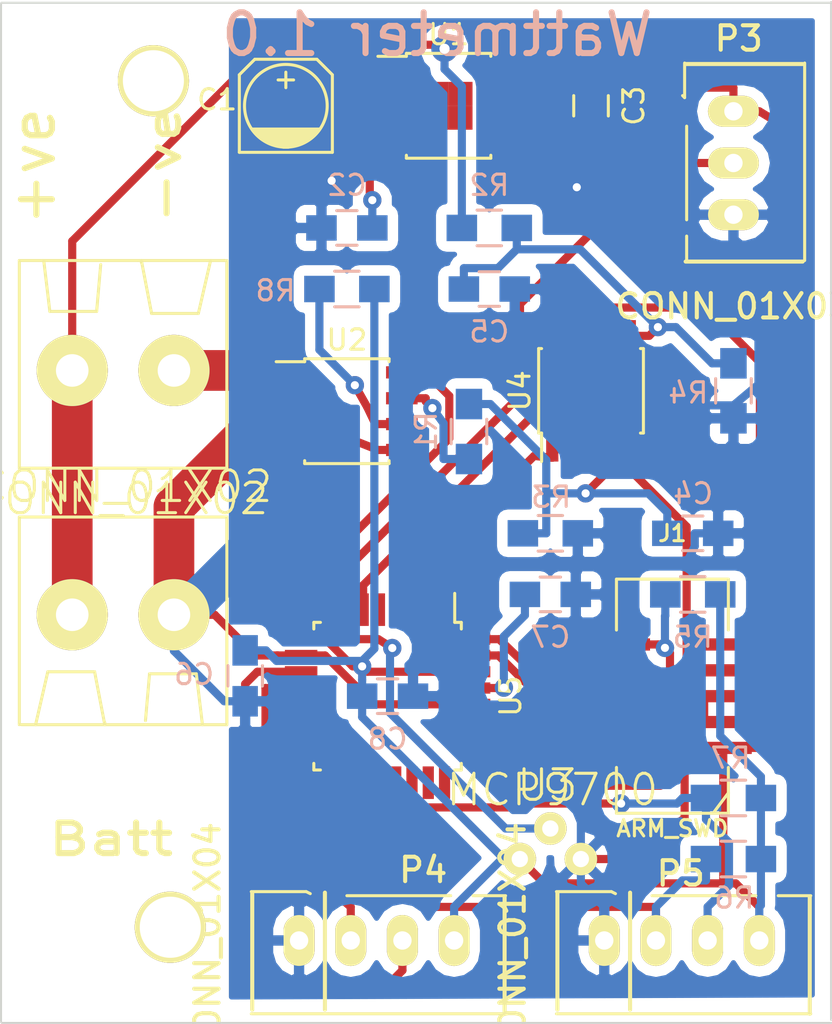
<source format=kicad_pcb>
(kicad_pcb (version 4) (host pcbnew "(2015-01-16 BZR 5376)-product")

  (general
    (links 73)
    (no_connects 0)
    (area 121.325001 79.65 165.15 130.100001)
    (thickness 1.6)
    (drawings 10)
    (tracks 308)
    (zones 0)
    (modules 29)
    (nets 44)
  )

  (page A4)
  (layers
    (0 F.Cu signal hide)
    (31 B.Cu signal hide)
    (32 B.Adhes user hide)
    (33 F.Adhes user hide)
    (34 B.Paste user hide)
    (35 F.Paste user hide)
    (36 B.SilkS user)
    (37 F.SilkS user hide)
    (38 B.Mask user)
    (39 F.Mask user)
    (40 Dwgs.User user)
    (41 Cmts.User user)
    (42 Eco1.User user)
    (43 Eco2.User user)
    (44 Edge.Cuts user)
    (45 Margin user)
    (46 B.CrtYd user)
    (47 F.CrtYd user)
    (48 B.Fab user)
    (49 F.Fab user)
  )

  (setup
    (last_trace_width 0.4)
    (user_trace_width 0.4)
    (user_trace_width 1)
    (user_trace_width 2)
    (trace_clearance 0.18)
    (zone_clearance 0.508)
    (zone_45_only no)
    (trace_min 0.15)
    (segment_width 0.2)
    (edge_width 0.1)
    (via_size 0.9)
    (via_drill 0.4)
    (via_min_size 0.4)
    (via_min_drill 0.35)
    (user_via 1.3 0.5)
    (uvia_size 0.508)
    (uvia_drill 0.127)
    (uvias_allowed no)
    (uvia_min_size 0.508)
    (uvia_min_drill 0.127)
    (pcb_text_width 0.3)
    (pcb_text_size 1.5 1.5)
    (mod_edge_width 0.15)
    (mod_text_size 1 1)
    (mod_text_width 0.15)
    (pad_size 3.5 3.5)
    (pad_drill 3)
    (pad_to_mask_clearance 0)
    (aux_axis_origin 0 0)
    (visible_elements 7FFFFFFF)
    (pcbplotparams
      (layerselection 0x010f0_80000001)
      (usegerberextensions true)
      (excludeedgelayer true)
      (linewidth 0.100000)
      (plotframeref false)
      (viasonmask false)
      (mode 1)
      (useauxorigin false)
      (hpglpennumber 1)
      (hpglpenspeed 20)
      (hpglpendiameter 15)
      (hpglpenoverlay 2)
      (psnegative false)
      (psa4output false)
      (plotreference true)
      (plotvalue false)
      (plotinvisibletext false)
      (padsonsilk false)
      (subtractmaskfromsilk false)
      (outputformat 1)
      (mirror false)
      (drillshape 0)
      (scaleselection 1)
      (outputdirectory Plots/))
  )

  (net 0 "")
  (net 1 /BP)
  (net 2 GND)
  (net 3 "Net-(C2-Pad1)")
  (net 4 /V33)
  (net 5 "Net-(C4-Pad1)")
  (net 6 "Net-(C5-Pad1)")
  (net 7 "Net-(C7-Pad1)")
  (net 8 "Net-(J1-Pad7)")
  (net 9 /SWD)
  (net 10 /SWCK)
  (net 11 "Net-(J1-Pad6)")
  (net 12 "Net-(J1-Pad8)")
  (net 13 /RST)
  (net 14 /CN)
  (net 15 /AT2)
  (net 16 /Rx)
  (net 17 /Tx)
  (net 18 /SDA)
  (net 19 /SCL)
  (net 20 "Net-(R1-Pad2)")
  (net 21 "Net-(R8-Pad2)")
  (net 22 "Net-(U1-Pad2)")
  (net 23 "Net-(U1-Pad3)")
  (net 24 "Net-(U1-Pad7)")
  (net 25 /AT1)
  (net 26 /Acurr)
  (net 27 /Avolt)
  (net 28 "Net-(U5-Pad1)")
  (net 29 "Net-(U5-Pad2)")
  (net 30 "Net-(U5-Pad4)")
  (net 31 "Net-(U5-Pad5)")
  (net 32 "Net-(U5-Pad13)")
  (net 33 "Net-(U5-Pad14)")
  (net 34 "Net-(U5-Pad15)")
  (net 35 "Net-(U5-Pad16)")
  (net 36 "Net-(U5-Pad19)")
  (net 37 "Net-(U5-Pad20)")
  (net 38 "Net-(U5-Pad21)")
  (net 39 "Net-(U5-Pad22)")
  (net 40 "Net-(U5-Pad23)")
  (net 41 "Net-(U5-Pad24)")
  (net 42 "Net-(U5-Pad25)")
  (net 43 "Net-(U5-Pad27)")

  (net_class Default "This is the default net class."
    (clearance 0.18)
    (trace_width 0.4)
    (via_dia 0.9)
    (via_drill 0.4)
    (uvia_dia 0.508)
    (uvia_drill 0.127)
    (add_net /AT1)
    (add_net /AT2)
    (add_net /Acurr)
    (add_net /Avolt)
    (add_net /RST)
    (add_net /Rx)
    (add_net /SCL)
    (add_net /SDA)
    (add_net /SWCK)
    (add_net /SWD)
    (add_net /Tx)
    (add_net /V33)
    (add_net GND)
    (add_net "Net-(C2-Pad1)")
    (add_net "Net-(C4-Pad1)")
    (add_net "Net-(C5-Pad1)")
    (add_net "Net-(C7-Pad1)")
    (add_net "Net-(J1-Pad6)")
    (add_net "Net-(J1-Pad7)")
    (add_net "Net-(J1-Pad8)")
    (add_net "Net-(R1-Pad2)")
    (add_net "Net-(R8-Pad2)")
    (add_net "Net-(U1-Pad2)")
    (add_net "Net-(U1-Pad3)")
    (add_net "Net-(U1-Pad7)")
    (add_net "Net-(U5-Pad1)")
    (add_net "Net-(U5-Pad13)")
    (add_net "Net-(U5-Pad14)")
    (add_net "Net-(U5-Pad15)")
    (add_net "Net-(U5-Pad16)")
    (add_net "Net-(U5-Pad19)")
    (add_net "Net-(U5-Pad2)")
    (add_net "Net-(U5-Pad20)")
    (add_net "Net-(U5-Pad21)")
    (add_net "Net-(U5-Pad22)")
    (add_net "Net-(U5-Pad23)")
    (add_net "Net-(U5-Pad24)")
    (add_net "Net-(U5-Pad25)")
    (add_net "Net-(U5-Pad27)")
    (add_net "Net-(U5-Pad4)")
    (add_net "Net-(U5-Pad5)")
  )

  (net_class Power ""
    (clearance 0.25)
    (trace_width 2)
    (via_dia 2)
    (via_drill 0.5)
    (uvia_dia 0.508)
    (uvia_drill 0.127)
    (add_net /BP)
    (add_net /CN)
  )

  (module Capacitors_SMD:c_elec_4x4.5 (layer F.Cu) (tedit 556B2093) (tstamp 55685241)
    (at 137 85 90)
    (descr "SMT capacitor, aluminium electrolytic, 4x4.5")
    (path /556055E4)
    (fp_text reference C1 (at 0.3 -3.38 180) (layer F.SilkS)
      (effects (font (size 1 1) (thickness 0.15)))
    )
    (fp_text value 1uF (at 0 2.794 90) (layer F.Fab)
      (effects (font (size 1 1) (thickness 0.15)))
    )
    (fp_line (start 1.651 0) (end 0.889 0) (layer F.SilkS) (width 0.15))
    (fp_line (start 1.27 -0.381) (end 1.27 0.381) (layer F.SilkS) (width 0.15))
    (fp_line (start 1.524 2.286) (end -2.286 2.286) (layer F.SilkS) (width 0.15))
    (fp_line (start 2.286 -1.524) (end 2.286 1.524) (layer F.SilkS) (width 0.15))
    (fp_line (start 1.524 2.286) (end 2.286 1.524) (layer F.SilkS) (width 0.15))
    (fp_line (start 1.524 -2.286) (end -2.286 -2.286) (layer F.SilkS) (width 0.15))
    (fp_line (start 1.524 -2.286) (end 2.286 -1.524) (layer F.SilkS) (width 0.15))
    (fp_line (start -2.032 0.127) (end -2.032 -0.127) (layer F.SilkS) (width 0.15))
    (fp_line (start -1.905 -0.635) (end -1.905 0.635) (layer F.SilkS) (width 0.15))
    (fp_line (start -1.778 0.889) (end -1.778 -0.889) (layer F.SilkS) (width 0.15))
    (fp_line (start -1.651 1.143) (end -1.651 -1.143) (layer F.SilkS) (width 0.15))
    (fp_line (start -1.524 -1.27) (end -1.524 1.27) (layer F.SilkS) (width 0.15))
    (fp_line (start -1.397 1.397) (end -1.397 -1.397) (layer F.SilkS) (width 0.15))
    (fp_line (start -1.27 -1.524) (end -1.27 1.524) (layer F.SilkS) (width 0.15))
    (fp_line (start -1.143 -1.651) (end -1.143 1.651) (layer F.SilkS) (width 0.15))
    (fp_circle (center 0 0) (end -2.032 0) (layer F.SilkS) (width 0.15))
    (fp_line (start -2.286 -2.286) (end -2.286 2.286) (layer F.SilkS) (width 0.15))
    (pad 1 smd rect (at 1.80086 0 90) (size 2.60096 1.6002) (layers F.Cu F.Paste F.Mask)
      (net 1 /BP))
    (pad 2 smd rect (at -1.80086 0 90) (size 2.60096 1.6002) (layers F.Cu F.Paste F.Mask)
      (net 2 GND))
    (model Capacitors_SMD.3dshapes/c_elec_4x4.5.wrl
      (at (xyz 0 0 0))
      (scale (xyz 1 1 1))
      (rotate (xyz 0 0 0))
    )
  )

  (module Capacitors_SMD:C_0805_HandSoldering (layer B.Cu) (tedit 541A9B8D) (tstamp 55685247)
    (at 140 91 180)
    (descr "Capacitor SMD 0805, hand soldering")
    (tags "capacitor 0805")
    (path /5560516C)
    (attr smd)
    (fp_text reference C2 (at 0 2.1 180) (layer B.SilkS)
      (effects (font (size 1 1) (thickness 0.15)) (justify mirror))
    )
    (fp_text value 0.1uF (at 0 -2.1 180) (layer B.Fab)
      (effects (font (size 1 1) (thickness 0.15)) (justify mirror))
    )
    (fp_line (start -2.3 1) (end 2.3 1) (layer B.CrtYd) (width 0.05))
    (fp_line (start -2.3 -1) (end 2.3 -1) (layer B.CrtYd) (width 0.05))
    (fp_line (start -2.3 1) (end -2.3 -1) (layer B.CrtYd) (width 0.05))
    (fp_line (start 2.3 1) (end 2.3 -1) (layer B.CrtYd) (width 0.05))
    (fp_line (start 0.5 0.85) (end -0.5 0.85) (layer B.SilkS) (width 0.15))
    (fp_line (start -0.5 -0.85) (end 0.5 -0.85) (layer B.SilkS) (width 0.15))
    (pad 1 smd rect (at -1.25 0 180) (size 1.5 1.25) (layers B.Cu B.Paste B.Mask)
      (net 3 "Net-(C2-Pad1)"))
    (pad 2 smd rect (at 1.25 0 180) (size 1.5 1.25) (layers B.Cu B.Paste B.Mask)
      (net 2 GND))
    (model Capacitors_SMD.3dshapes/C_0805_HandSoldering.wrl
      (at (xyz 0 0 0))
      (scale (xyz 1 1 1))
      (rotate (xyz 0 0 0))
    )
  )

  (module Capacitors_SMD:C_0805_HandSoldering (layer F.Cu) (tedit 541A9B8D) (tstamp 5568524D)
    (at 152 85 270)
    (descr "Capacitor SMD 0805, hand soldering")
    (tags "capacitor 0805")
    (path /55605825)
    (attr smd)
    (fp_text reference C3 (at 0 -2.1 270) (layer F.SilkS)
      (effects (font (size 1 1) (thickness 0.15)))
    )
    (fp_text value 10uF (at 0 2.1 270) (layer F.Fab)
      (effects (font (size 1 1) (thickness 0.15)))
    )
    (fp_line (start -2.3 -1) (end 2.3 -1) (layer F.CrtYd) (width 0.05))
    (fp_line (start -2.3 1) (end 2.3 1) (layer F.CrtYd) (width 0.05))
    (fp_line (start -2.3 -1) (end -2.3 1) (layer F.CrtYd) (width 0.05))
    (fp_line (start 2.3 -1) (end 2.3 1) (layer F.CrtYd) (width 0.05))
    (fp_line (start 0.5 -0.85) (end -0.5 -0.85) (layer F.SilkS) (width 0.15))
    (fp_line (start -0.5 0.85) (end 0.5 0.85) (layer F.SilkS) (width 0.15))
    (pad 1 smd rect (at -1.25 0 270) (size 1.5 1.25) (layers F.Cu F.Paste F.Mask)
      (net 4 /V33))
    (pad 2 smd rect (at 1.25 0 270) (size 1.5 1.25) (layers F.Cu F.Paste F.Mask)
      (net 2 GND))
    (model Capacitors_SMD.3dshapes/C_0805_HandSoldering.wrl
      (at (xyz 0 0 0))
      (scale (xyz 1 1 1))
      (rotate (xyz 0 0 0))
    )
  )

  (module Capacitors_SMD:C_0805_HandSoldering (layer B.Cu) (tedit 556B213E) (tstamp 55685253)
    (at 157 106)
    (descr "Capacitor SMD 0805, hand soldering")
    (tags "capacitor 0805")
    (path /5512B53C)
    (attr smd)
    (fp_text reference C4 (at 0.02 -1.95) (layer B.SilkS)
      (effects (font (size 1 1) (thickness 0.15)) (justify mirror))
    )
    (fp_text value 6u8 (at 0 -2.1) (layer B.Fab)
      (effects (font (size 1 1) (thickness 0.15)) (justify mirror))
    )
    (fp_line (start -2.3 1) (end 2.3 1) (layer B.CrtYd) (width 0.05))
    (fp_line (start -2.3 -1) (end 2.3 -1) (layer B.CrtYd) (width 0.05))
    (fp_line (start -2.3 1) (end -2.3 -1) (layer B.CrtYd) (width 0.05))
    (fp_line (start 2.3 1) (end 2.3 -1) (layer B.CrtYd) (width 0.05))
    (fp_line (start 0.5 0.85) (end -0.5 0.85) (layer B.SilkS) (width 0.15))
    (fp_line (start -0.5 -0.85) (end 0.5 -0.85) (layer B.SilkS) (width 0.15))
    (pad 1 smd rect (at -1.25 0) (size 1.5 1.25) (layers B.Cu B.Paste B.Mask)
      (net 5 "Net-(C4-Pad1)"))
    (pad 2 smd rect (at 1.25 0) (size 1.5 1.25) (layers B.Cu B.Paste B.Mask)
      (net 2 GND))
    (model Capacitors_SMD.3dshapes/C_0805_HandSoldering.wrl
      (at (xyz 0 0 0))
      (scale (xyz 1 1 1))
      (rotate (xyz 0 0 0))
    )
  )

  (module Capacitors_SMD:C_0805_HandSoldering (layer B.Cu) (tedit 541A9B8D) (tstamp 55685259)
    (at 147 94)
    (descr "Capacitor SMD 0805, hand soldering")
    (tags "capacitor 0805")
    (path /5513D606)
    (attr smd)
    (fp_text reference C5 (at 0 2.1) (layer B.SilkS)
      (effects (font (size 1 1) (thickness 0.15)) (justify mirror))
    )
    (fp_text value 4u7 (at 0 -2.1) (layer B.Fab)
      (effects (font (size 1 1) (thickness 0.15)) (justify mirror))
    )
    (fp_line (start -2.3 1) (end 2.3 1) (layer B.CrtYd) (width 0.05))
    (fp_line (start -2.3 -1) (end 2.3 -1) (layer B.CrtYd) (width 0.05))
    (fp_line (start -2.3 1) (end -2.3 -1) (layer B.CrtYd) (width 0.05))
    (fp_line (start 2.3 1) (end 2.3 -1) (layer B.CrtYd) (width 0.05))
    (fp_line (start 0.5 0.85) (end -0.5 0.85) (layer B.SilkS) (width 0.15))
    (fp_line (start -0.5 -0.85) (end 0.5 -0.85) (layer B.SilkS) (width 0.15))
    (pad 1 smd rect (at -1.25 0) (size 1.5 1.25) (layers B.Cu B.Paste B.Mask)
      (net 6 "Net-(C5-Pad1)"))
    (pad 2 smd rect (at 1.25 0) (size 1.5 1.25) (layers B.Cu B.Paste B.Mask)
      (net 2 GND))
    (model Capacitors_SMD.3dshapes/C_0805_HandSoldering.wrl
      (at (xyz 0 0 0))
      (scale (xyz 1 1 1))
      (rotate (xyz 0 0 0))
    )
  )

  (module Capacitors_SMD:C_0805_HandSoldering (layer B.Cu) (tedit 556B214A) (tstamp 5568525F)
    (at 135 113 270)
    (descr "Capacitor SMD 0805, hand soldering")
    (tags "capacitor 0805")
    (path /556070A3)
    (attr smd)
    (fp_text reference C6 (at -0.07 2.51 360) (layer B.SilkS)
      (effects (font (size 1 1) (thickness 0.15)) (justify mirror))
    )
    (fp_text value 0.1uF (at 0 -2.1 270) (layer B.Fab)
      (effects (font (size 1 1) (thickness 0.15)) (justify mirror))
    )
    (fp_line (start -2.3 1) (end 2.3 1) (layer B.CrtYd) (width 0.05))
    (fp_line (start -2.3 -1) (end 2.3 -1) (layer B.CrtYd) (width 0.05))
    (fp_line (start -2.3 1) (end -2.3 -1) (layer B.CrtYd) (width 0.05))
    (fp_line (start 2.3 1) (end 2.3 -1) (layer B.CrtYd) (width 0.05))
    (fp_line (start 0.5 0.85) (end -0.5 0.85) (layer B.SilkS) (width 0.15))
    (fp_line (start -0.5 -0.85) (end 0.5 -0.85) (layer B.SilkS) (width 0.15))
    (pad 1 smd rect (at -1.25 0 270) (size 1.5 1.25) (layers B.Cu B.Paste B.Mask)
      (net 4 /V33))
    (pad 2 smd rect (at 1.25 0 270) (size 1.5 1.25) (layers B.Cu B.Paste B.Mask)
      (net 2 GND))
    (model Capacitors_SMD.3dshapes/C_0805_HandSoldering.wrl
      (at (xyz 0 0 0))
      (scale (xyz 1 1 1))
      (rotate (xyz 0 0 0))
    )
  )

  (module Capacitors_SMD:C_0805_HandSoldering (layer B.Cu) (tedit 541A9B8D) (tstamp 55685265)
    (at 150 109)
    (descr "Capacitor SMD 0805, hand soldering")
    (tags "capacitor 0805")
    (path /55607129)
    (attr smd)
    (fp_text reference C7 (at 0 2.1) (layer B.SilkS)
      (effects (font (size 1 1) (thickness 0.15)) (justify mirror))
    )
    (fp_text value 0.1uF (at 0 -2.1) (layer B.Fab)
      (effects (font (size 1 1) (thickness 0.15)) (justify mirror))
    )
    (fp_line (start -2.3 1) (end 2.3 1) (layer B.CrtYd) (width 0.05))
    (fp_line (start -2.3 -1) (end 2.3 -1) (layer B.CrtYd) (width 0.05))
    (fp_line (start -2.3 1) (end -2.3 -1) (layer B.CrtYd) (width 0.05))
    (fp_line (start 2.3 1) (end 2.3 -1) (layer B.CrtYd) (width 0.05))
    (fp_line (start 0.5 0.85) (end -0.5 0.85) (layer B.SilkS) (width 0.15))
    (fp_line (start -0.5 -0.85) (end 0.5 -0.85) (layer B.SilkS) (width 0.15))
    (pad 1 smd rect (at -1.25 0) (size 1.5 1.25) (layers B.Cu B.Paste B.Mask)
      (net 7 "Net-(C7-Pad1)"))
    (pad 2 smd rect (at 1.25 0) (size 1.5 1.25) (layers B.Cu B.Paste B.Mask)
      (net 2 GND))
    (model Capacitors_SMD.3dshapes/C_0805_HandSoldering.wrl
      (at (xyz 0 0 0))
      (scale (xyz 1 1 1))
      (rotate (xyz 0 0 0))
    )
  )

  (module Capacitors_SMD:C_0805_HandSoldering (layer B.Cu) (tedit 541A9B8D) (tstamp 5568526B)
    (at 142 114)
    (descr "Capacitor SMD 0805, hand soldering")
    (tags "capacitor 0805")
    (path /55607176)
    (attr smd)
    (fp_text reference C8 (at 0 2.1) (layer B.SilkS)
      (effects (font (size 1 1) (thickness 0.15)) (justify mirror))
    )
    (fp_text value 0.1uF (at 0 -2.1) (layer B.Fab)
      (effects (font (size 1 1) (thickness 0.15)) (justify mirror))
    )
    (fp_line (start -2.3 1) (end 2.3 1) (layer B.CrtYd) (width 0.05))
    (fp_line (start -2.3 -1) (end 2.3 -1) (layer B.CrtYd) (width 0.05))
    (fp_line (start -2.3 1) (end -2.3 -1) (layer B.CrtYd) (width 0.05))
    (fp_line (start 2.3 1) (end 2.3 -1) (layer B.CrtYd) (width 0.05))
    (fp_line (start 0.5 0.85) (end -0.5 0.85) (layer B.SilkS) (width 0.15))
    (fp_line (start -0.5 -0.85) (end 0.5 -0.85) (layer B.SilkS) (width 0.15))
    (pad 1 smd rect (at -1.25 0) (size 1.5 1.25) (layers B.Cu B.Paste B.Mask)
      (net 4 /V33))
    (pad 2 smd rect (at 1.25 0) (size 1.5 1.25) (layers B.Cu B.Paste B.Mask)
      (net 2 GND))
    (model Capacitors_SMD.3dshapes/C_0805_HandSoldering.wrl
      (at (xyz 0 0 0))
      (scale (xyz 1 1 1))
      (rotate (xyz 0 0 0))
    )
  )

  (module My_Pin_Headers:2x5_50mil_SMD (layer F.Cu) (tedit 55684F88) (tstamp 55685279)
    (at 156 114 180)
    (path /55609025)
    (fp_text reference J1 (at 0 8 180) (layer F.SilkS)
      (effects (font (size 0.8 0.8) (thickness 0.15)))
    )
    (fp_text value ARM_SWD (at 0 -6.5 180) (layer F.SilkS)
      (effects (font (size 0.8 0.8) (thickness 0.15)))
    )
    (fp_line (start -2.75 -4.75) (end -2 -5.75) (layer F.SilkS) (width 0.15))
    (fp_line (start -2.75 -5.75) (end -2.75 -3.5) (layer F.SilkS) (width 0.15))
    (fp_line (start -2.75 -5.75) (end 2.75 -5.75) (layer F.SilkS) (width 0.15))
    (fp_line (start 2.75 -5.75) (end 2.75 -3.5) (layer F.SilkS) (width 0.15))
    (fp_line (start 2.75 5.75) (end 2.75 3.25) (layer F.SilkS) (width 0.15))
    (fp_line (start -2.75 5.75) (end -2.75 3.25) (layer F.SilkS) (width 0.15))
    (fp_line (start -2.75 5.75) (end 2.75 5.75) (layer F.SilkS) (width 0.15))
    (pad 1 smd rect (at -2.5 -2.54 180) (size 2.8 0.6) (layers F.Cu F.Mask)
      (net 4 /V33))
    (pad 3 smd rect (at -2.5 -1.27 180) (size 2.8 0.6) (layers F.Cu F.Mask)
      (net 2 GND))
    (pad 5 smd rect (at -2.5 0 180) (size 2.8 0.6) (layers F.Cu F.Mask)
      (net 2 GND))
    (pad 7 smd rect (at -2.5 1.27 180) (size 2.8 0.6) (layers F.Cu F.Mask)
      (net 8 "Net-(J1-Pad7)"))
    (pad 9 smd rect (at -2.5 2.54 180) (size 2.8 0.6) (layers F.Cu F.Mask)
      (net 2 GND))
    (pad 2 smd rect (at 2.5 -2.54 180) (size 2.8 0.6) (layers F.Cu F.Mask)
      (net 9 /SWD))
    (pad 4 smd rect (at 2.5 -1.27 180) (size 2.8 0.6) (layers F.Cu F.Mask)
      (net 10 /SWCK))
    (pad 6 smd rect (at 2.5 0 180) (size 2.8 0.6) (layers F.Cu F.Mask)
      (net 11 "Net-(J1-Pad6)"))
    (pad 8 smd rect (at 2.5 1.27 180) (size 2.8 0.6) (layers F.Cu F.Mask)
      (net 12 "Net-(J1-Pad8)"))
    (pad 10 smd rect (at 2.5 2.54 180) (size 2.8 0.6) (layers F.Cu F.Mask)
      (net 13 /RST))
  )

  (module My_Pin_Headers:TermBlock2Pos (layer F.Cu) (tedit 556B20A3) (tstamp 5568528A)
    (at 129 98 180)
    (descr MC00004)
    (tags Terminal)
    (path /551290F8)
    (fp_text reference P1 (at -0.4 7.2 180) (layer F.SilkS) hide
      (effects (font (size 1.5 1.5) (thickness 0.15)))
    )
    (fp_text value CONN_01X02 (at 0.1 -6.3 180) (layer F.SilkS)
      (effects (font (size 1.5 1.5) (thickness 0.15)))
    )
    (fp_line (start 1.1 5.2) (end 1.3 2.9) (layer F.SilkS) (width 0.15))
    (fp_line (start 1.3 2.9) (end 3.6 2.9) (layer F.SilkS) (width 0.15))
    (fp_line (start 3.6 2.9) (end 3.9 5.4) (layer F.SilkS) (width 0.15))
    (fp_line (start -4.3 5.4) (end -3.7 2.8) (layer F.SilkS) (width 0.15))
    (fp_line (start -3.7 2.8) (end -1.4 2.8) (layer F.SilkS) (width 0.15))
    (fp_line (start -1.4 2.8) (end -0.9 5.4) (layer F.SilkS) (width 0.15))
    (fp_line (start -0.9 5.4) (end -0.9 5.3) (layer F.SilkS) (width 0.15))
    (fp_line (start -5 5.4) (end 5.1 5.4) (layer F.SilkS) (width 0.15))
    (fp_line (start 5.1 5.4) (end 5.1 -4.8) (layer F.SilkS) (width 0.15))
    (fp_line (start 5.1 -4.8) (end -5.1 -4.8) (layer F.SilkS) (width 0.15))
    (fp_line (start -5.1 -4.8) (end -5.1 5.4) (layer F.SilkS) (width 0.15))
    (pad 1 thru_hole circle (at -2.5 0 180) (size 3.5 3.5) (drill 1.6) (layers *.Cu *.Mask F.SilkS)
      (net 14 /CN))
    (pad 2 thru_hole circle (at 2.5 0 180) (size 3.5 3.5) (drill 1.6) (layers *.Cu *.Mask F.SilkS)
      (net 1 /BP))
  )

  (module My_Pin_Headers:TermBlock2Pos (layer F.Cu) (tedit 556B20AD) (tstamp 5568529B)
    (at 129 110)
    (descr MC00004)
    (tags Terminal)
    (path /551290A7)
    (fp_text reference P2 (at -0.4 7.2) (layer F.SilkS) hide
      (effects (font (size 1.5 1.5) (thickness 0.15)))
    )
    (fp_text value CONN_01X02 (at 0.1 -6.3) (layer F.SilkS)
      (effects (font (size 1.5 1.5) (thickness 0.15)))
    )
    (fp_line (start 1.1 5.2) (end 1.3 2.9) (layer F.SilkS) (width 0.15))
    (fp_line (start 1.3 2.9) (end 3.6 2.9) (layer F.SilkS) (width 0.15))
    (fp_line (start 3.6 2.9) (end 3.9 5.4) (layer F.SilkS) (width 0.15))
    (fp_line (start -4.3 5.4) (end -3.7 2.8) (layer F.SilkS) (width 0.15))
    (fp_line (start -3.7 2.8) (end -1.4 2.8) (layer F.SilkS) (width 0.15))
    (fp_line (start -1.4 2.8) (end -0.9 5.4) (layer F.SilkS) (width 0.15))
    (fp_line (start -0.9 5.4) (end -0.9 5.3) (layer F.SilkS) (width 0.15))
    (fp_line (start -5 5.4) (end 5.1 5.4) (layer F.SilkS) (width 0.15))
    (fp_line (start 5.1 5.4) (end 5.1 -4.8) (layer F.SilkS) (width 0.15))
    (fp_line (start 5.1 -4.8) (end -5.1 -4.8) (layer F.SilkS) (width 0.15))
    (fp_line (start -5.1 -4.8) (end -5.1 5.4) (layer F.SilkS) (width 0.15))
    (pad 1 thru_hole circle (at -2.5 0) (size 3.5 3.5) (drill 1.6) (layers *.Cu *.Mask F.SilkS)
      (net 1 /BP))
    (pad 2 thru_hole circle (at 2.5 0) (size 3.5 3.5) (drill 1.6) (layers *.Cu *.Mask F.SilkS)
      (net 2 GND))
  )

  (module JST:JST-XH3 (layer F.Cu) (tedit 556B2087) (tstamp 556852A2)
    (at 159 84 180)
    (tags "JST XH")
    (path /551EEB86)
    (fp_text reference P3 (at -0.26 2.3 180) (layer F.SilkS)
      (effects (font (size 1.2 1.2) (thickness 0.2)))
    )
    (fp_text value CONN_01X03 (at 0 -10.852 180) (layer F.SilkS)
      (effects (font (size 1.2 1.2) (thickness 0.2)))
    )
    (fp_line (start 2.3 -6.6) (end 2.3 -2) (layer F.SilkS) (width 0.15))
    (fp_line (start 2.3 -8.6) (end 2.3 -7.4) (layer F.SilkS) (width 0.15))
    (fp_line (start 2.4 1.1) (end 2.4 -0.6) (layer F.SilkS) (width 0.15))
    (fp_line (start 2.4 -0.6) (end 2.5 -0.5) (layer F.SilkS) (width 0.15))
    (fp_line (start -3.5 -8.6) (end -3.5 1.1) (layer F.SilkS) (width 0.15))
    (fp_line (start -3.4 -8.652) (end 2.35 -8.652) (layer F.SilkS) (width 0.2))
    (fp_line (start 2.35 1.052) (end -3.4 1.052) (layer F.SilkS) (width 0.2))
    (pad 1 thru_hole oval (at 0 -6.35 180) (size 2.5 1.524) (drill 0.9) (layers *.Cu *.Mask F.SilkS)
      (net 2 GND))
    (pad 2 thru_hole oval (at 0 -3.81 180) (size 2.5 1.524) (drill 0.9) (layers *.Cu *.Mask F.SilkS)
      (net 15 /AT2))
    (pad 3 thru_hole oval (at 0 -1.27 180) (size 2.5 1.524) (drill 0.9) (layers *.Cu *.Mask F.SilkS)
      (net 4 /V33))
  )

  (module JST:JST-XH4 (layer F.Cu) (tedit 556B1E2E) (tstamp 556852AD)
    (at 144 126 90)
    (tags "JST XH")
    (path /551EF10C)
    (fp_text reference P4 (at 3.46 -0.25 180) (layer F.SilkS)
      (effects (font (size 1.2 1.2) (thickness 0.2)))
    )
    (fp_text value CONN_01X04 (at 0 -10.852 90) (layer F.SilkS)
      (effects (font (size 1.2 1.2) (thickness 0.2)))
    )
    (fp_line (start 2.2 1.1) (end 2.2 -4) (layer F.SilkS) (width 0.15))
    (fp_line (start 2.2 3.8) (end 2.2 2.2) (layer F.SilkS) (width 0.15))
    (fp_line (start -3.6 -8.7) (end -3.6 3.8) (layer F.SilkS) (width 0.15))
    (fp_line (start 2.4 -8.7) (end 2.4 -6) (layer F.SilkS) (width 0.15))
    (fp_line (start 2.4 -6) (end 2.3 -5.8) (layer F.SilkS) (width 0.15))
    (fp_line (start -3.4 -8.652) (end 2.35 -8.652) (layer F.SilkS) (width 0.2))
    (fp_line (start 2.15 3.752) (end -3.6 3.752) (layer F.SilkS) (width 0.2))
    (fp_line (start -3.4 -5.08) (end 2.35 -5.08) (layer F.SilkS) (width 0.2))
    (pad 1 thru_hole oval (at 0 -6.35 90) (size 2.5 1.524) (drill 0.9) (layers *.Cu *.Mask F.SilkS)
      (net 2 GND))
    (pad 2 thru_hole oval (at 0 -3.81 90) (size 2.5 1.524) (drill 0.9) (layers *.Cu *.Mask F.SilkS)
      (net 16 /Rx))
    (pad 3 thru_hole oval (at 0 -1.27 90) (size 2.5 1.524) (drill 0.9) (layers *.Cu *.Mask F.SilkS)
      (net 17 /Tx))
    (pad 4 thru_hole oval (at 0 1.27 90) (size 2.5 1.524) (drill 0.9) (layers *.Cu *.Mask F.SilkS)
      (net 4 /V33))
  )

  (module JST:JST-XH4 (layer F.Cu) (tedit 556B1E35) (tstamp 556852B8)
    (at 159 126 90)
    (tags "JST XH")
    (path /551EF300)
    (fp_text reference P5 (at 3.29 -2.59 180) (layer F.SilkS)
      (effects (font (size 1.2 1.2) (thickness 0.2)))
    )
    (fp_text value CONN_01X04 (at 0 -10.852 90) (layer F.SilkS)
      (effects (font (size 1.2 1.2) (thickness 0.2)))
    )
    (fp_line (start 2.2 1.1) (end 2.2 -4) (layer F.SilkS) (width 0.15))
    (fp_line (start 2.2 3.8) (end 2.2 2.2) (layer F.SilkS) (width 0.15))
    (fp_line (start -3.6 -8.7) (end -3.6 3.8) (layer F.SilkS) (width 0.15))
    (fp_line (start 2.4 -8.7) (end 2.4 -6) (layer F.SilkS) (width 0.15))
    (fp_line (start 2.4 -6) (end 2.3 -5.8) (layer F.SilkS) (width 0.15))
    (fp_line (start -3.4 -8.652) (end 2.35 -8.652) (layer F.SilkS) (width 0.2))
    (fp_line (start 2.15 3.752) (end -3.6 3.752) (layer F.SilkS) (width 0.2))
    (fp_line (start -3.4 -5.08) (end 2.35 -5.08) (layer F.SilkS) (width 0.2))
    (pad 1 thru_hole oval (at 0 -6.35 90) (size 2.5 1.524) (drill 0.9) (layers *.Cu *.Mask F.SilkS)
      (net 2 GND))
    (pad 2 thru_hole oval (at 0 -3.81 90) (size 2.5 1.524) (drill 0.9) (layers *.Cu *.Mask F.SilkS)
      (net 18 /SDA))
    (pad 3 thru_hole oval (at 0 -1.27 90) (size 2.5 1.524) (drill 0.9) (layers *.Cu *.Mask F.SilkS)
      (net 19 /SCL))
    (pad 4 thru_hole oval (at 0 1.27 90) (size 2.5 1.524) (drill 0.9) (layers *.Cu *.Mask F.SilkS)
      (net 4 /V33))
  )

  (module Resistors_SMD:R_0805_HandSoldering (layer B.Cu) (tedit 54189DEE) (tstamp 556852BE)
    (at 146 101 270)
    (descr "Resistor SMD 0805, hand soldering")
    (tags "resistor 0805")
    (path /5512B460)
    (attr smd)
    (fp_text reference R1 (at 0 2.1 270) (layer B.SilkS)
      (effects (font (size 1 1) (thickness 0.15)) (justify mirror))
    )
    (fp_text value 3.3k (at 0 -2.1 270) (layer B.Fab)
      (effects (font (size 1 1) (thickness 0.15)) (justify mirror))
    )
    (fp_line (start -2.4 1) (end 2.4 1) (layer B.CrtYd) (width 0.05))
    (fp_line (start -2.4 -1) (end 2.4 -1) (layer B.CrtYd) (width 0.05))
    (fp_line (start -2.4 1) (end -2.4 -1) (layer B.CrtYd) (width 0.05))
    (fp_line (start 2.4 1) (end 2.4 -1) (layer B.CrtYd) (width 0.05))
    (fp_line (start 0.6 -0.875) (end -0.6 -0.875) (layer B.SilkS) (width 0.15))
    (fp_line (start -0.6 0.875) (end 0.6 0.875) (layer B.SilkS) (width 0.15))
    (pad 1 smd rect (at -1.35 0 270) (size 1.5 1.3) (layers B.Cu B.Paste B.Mask)
      (net 5 "Net-(C4-Pad1)"))
    (pad 2 smd rect (at 1.35 0 270) (size 1.5 1.3) (layers B.Cu B.Paste B.Mask)
      (net 20 "Net-(R1-Pad2)"))
    (model Resistors_SMD.3dshapes/R_0805_HandSoldering.wrl
      (at (xyz 0 0 0))
      (scale (xyz 1 1 1))
      (rotate (xyz 0 0 0))
    )
  )

  (module Resistors_SMD:R_0805_HandSoldering (layer B.Cu) (tedit 54189DEE) (tstamp 556852C4)
    (at 147 91 180)
    (descr "Resistor SMD 0805, hand soldering")
    (tags "resistor 0805")
    (path /5513D560)
    (attr smd)
    (fp_text reference R2 (at 0 2.1 180) (layer B.SilkS)
      (effects (font (size 1 1) (thickness 0.15)) (justify mirror))
    )
    (fp_text value 48k (at 0 -2.1 180) (layer B.Fab)
      (effects (font (size 1 1) (thickness 0.15)) (justify mirror))
    )
    (fp_line (start -2.4 1) (end 2.4 1) (layer B.CrtYd) (width 0.05))
    (fp_line (start -2.4 -1) (end 2.4 -1) (layer B.CrtYd) (width 0.05))
    (fp_line (start -2.4 1) (end -2.4 -1) (layer B.CrtYd) (width 0.05))
    (fp_line (start 2.4 1) (end 2.4 -1) (layer B.CrtYd) (width 0.05))
    (fp_line (start 0.6 -0.875) (end -0.6 -0.875) (layer B.SilkS) (width 0.15))
    (fp_line (start -0.6 0.875) (end 0.6 0.875) (layer B.SilkS) (width 0.15))
    (pad 1 smd rect (at -1.35 0 180) (size 1.5 1.3) (layers B.Cu B.Paste B.Mask)
      (net 6 "Net-(C5-Pad1)"))
    (pad 2 smd rect (at 1.35 0 180) (size 1.5 1.3) (layers B.Cu B.Paste B.Mask)
      (net 1 /BP))
    (model Resistors_SMD.3dshapes/R_0805_HandSoldering.wrl
      (at (xyz 0 0 0))
      (scale (xyz 1 1 1))
      (rotate (xyz 0 0 0))
    )
  )

  (module Resistors_SMD:R_0805_HandSoldering (layer B.Cu) (tedit 556B2138) (tstamp 556852CA)
    (at 150 106)
    (descr "Resistor SMD 0805, hand soldering")
    (tags "resistor 0805")
    (path /5512B4CB)
    (attr smd)
    (fp_text reference R3 (at 0.04 -1.78) (layer B.SilkS)
      (effects (font (size 1 1) (thickness 0.15)) (justify mirror))
    )
    (fp_text value 6.7K (at 0 -2.1) (layer B.Fab)
      (effects (font (size 1 1) (thickness 0.15)) (justify mirror))
    )
    (fp_line (start -2.4 1) (end 2.4 1) (layer B.CrtYd) (width 0.05))
    (fp_line (start -2.4 -1) (end 2.4 -1) (layer B.CrtYd) (width 0.05))
    (fp_line (start -2.4 1) (end -2.4 -1) (layer B.CrtYd) (width 0.05))
    (fp_line (start 2.4 1) (end 2.4 -1) (layer B.CrtYd) (width 0.05))
    (fp_line (start 0.6 -0.875) (end -0.6 -0.875) (layer B.SilkS) (width 0.15))
    (fp_line (start -0.6 0.875) (end 0.6 0.875) (layer B.SilkS) (width 0.15))
    (pad 1 smd rect (at -1.35 0) (size 1.5 1.3) (layers B.Cu B.Paste B.Mask)
      (net 5 "Net-(C4-Pad1)"))
    (pad 2 smd rect (at 1.35 0) (size 1.5 1.3) (layers B.Cu B.Paste B.Mask)
      (net 2 GND))
    (model Resistors_SMD.3dshapes/R_0805_HandSoldering.wrl
      (at (xyz 0 0 0))
      (scale (xyz 1 1 1))
      (rotate (xyz 0 0 0))
    )
  )

  (module Resistors_SMD:R_0805_HandSoldering (layer B.Cu) (tedit 556B210E) (tstamp 556852D0)
    (at 159 99 270)
    (descr "Resistor SMD 0805, hand soldering")
    (tags "resistor 0805")
    (path /5513D5D3)
    (attr smd)
    (fp_text reference R4 (at 0.1 2.22 360) (layer B.SilkS)
      (effects (font (size 1 1) (thickness 0.15)) (justify mirror))
    )
    (fp_text value 2K (at 0 -2.1 270) (layer B.Fab)
      (effects (font (size 1 1) (thickness 0.15)) (justify mirror))
    )
    (fp_line (start -2.4 1) (end 2.4 1) (layer B.CrtYd) (width 0.05))
    (fp_line (start -2.4 -1) (end 2.4 -1) (layer B.CrtYd) (width 0.05))
    (fp_line (start -2.4 1) (end -2.4 -1) (layer B.CrtYd) (width 0.05))
    (fp_line (start 2.4 1) (end 2.4 -1) (layer B.CrtYd) (width 0.05))
    (fp_line (start 0.6 -0.875) (end -0.6 -0.875) (layer B.SilkS) (width 0.15))
    (fp_line (start -0.6 0.875) (end 0.6 0.875) (layer B.SilkS) (width 0.15))
    (pad 1 smd rect (at -1.35 0 270) (size 1.5 1.3) (layers B.Cu B.Paste B.Mask)
      (net 6 "Net-(C5-Pad1)"))
    (pad 2 smd rect (at 1.35 0 270) (size 1.5 1.3) (layers B.Cu B.Paste B.Mask)
      (net 2 GND))
    (model Resistors_SMD.3dshapes/R_0805_HandSoldering.wrl
      (at (xyz 0 0 0))
      (scale (xyz 1 1 1))
      (rotate (xyz 0 0 0))
    )
  )

  (module Resistors_SMD:R_0805_HandSoldering (layer B.Cu) (tedit 54189DEE) (tstamp 556852D6)
    (at 157 109)
    (descr "Resistor SMD 0805, hand soldering")
    (tags "resistor 0805")
    (path /55609E3E)
    (attr smd)
    (fp_text reference R5 (at 0 2.1) (layer B.SilkS)
      (effects (font (size 1 1) (thickness 0.15)) (justify mirror))
    )
    (fp_text value 10k (at 0 -2.1) (layer B.Fab)
      (effects (font (size 1 1) (thickness 0.15)) (justify mirror))
    )
    (fp_line (start -2.4 1) (end 2.4 1) (layer B.CrtYd) (width 0.05))
    (fp_line (start -2.4 -1) (end 2.4 -1) (layer B.CrtYd) (width 0.05))
    (fp_line (start -2.4 1) (end -2.4 -1) (layer B.CrtYd) (width 0.05))
    (fp_line (start 2.4 1) (end 2.4 -1) (layer B.CrtYd) (width 0.05))
    (fp_line (start 0.6 -0.875) (end -0.6 -0.875) (layer B.SilkS) (width 0.15))
    (fp_line (start -0.6 0.875) (end 0.6 0.875) (layer B.SilkS) (width 0.15))
    (pad 1 smd rect (at -1.35 0) (size 1.5 1.3) (layers B.Cu B.Paste B.Mask)
      (net 13 /RST))
    (pad 2 smd rect (at 1.35 0) (size 1.5 1.3) (layers B.Cu B.Paste B.Mask)
      (net 4 /V33))
    (model Resistors_SMD.3dshapes/R_0805_HandSoldering.wrl
      (at (xyz 0 0 0))
      (scale (xyz 1 1 1))
      (rotate (xyz 0 0 0))
    )
  )

  (module Resistors_SMD:R_0805_HandSoldering (layer B.Cu) (tedit 556B2176) (tstamp 556852DC)
    (at 159 122 180)
    (descr "Resistor SMD 0805, hand soldering")
    (tags "resistor 0805")
    (path /55674F08)
    (attr smd)
    (fp_text reference R6 (at -0.04 -1.91 180) (layer B.SilkS)
      (effects (font (size 1 1) (thickness 0.15)) (justify mirror))
    )
    (fp_text value 10k (at 0 -2.1 180) (layer B.Fab)
      (effects (font (size 1 1) (thickness 0.15)) (justify mirror))
    )
    (fp_line (start -2.4 1) (end 2.4 1) (layer B.CrtYd) (width 0.05))
    (fp_line (start -2.4 -1) (end 2.4 -1) (layer B.CrtYd) (width 0.05))
    (fp_line (start -2.4 1) (end -2.4 -1) (layer B.CrtYd) (width 0.05))
    (fp_line (start 2.4 1) (end 2.4 -1) (layer B.CrtYd) (width 0.05))
    (fp_line (start 0.6 -0.875) (end -0.6 -0.875) (layer B.SilkS) (width 0.15))
    (fp_line (start -0.6 0.875) (end 0.6 0.875) (layer B.SilkS) (width 0.15))
    (pad 1 smd rect (at -1.35 0 180) (size 1.5 1.3) (layers B.Cu B.Paste B.Mask)
      (net 4 /V33))
    (pad 2 smd rect (at 1.35 0 180) (size 1.5 1.3) (layers B.Cu B.Paste B.Mask)
      (net 18 /SDA))
    (model Resistors_SMD.3dshapes/R_0805_HandSoldering.wrl
      (at (xyz 0 0 0))
      (scale (xyz 1 1 1))
      (rotate (xyz 0 0 0))
    )
  )

  (module Resistors_SMD:R_0805_HandSoldering (layer B.Cu) (tedit 556B2169) (tstamp 556852E2)
    (at 159 119 180)
    (descr "Resistor SMD 0805, hand soldering")
    (tags "resistor 0805")
    (path /55674F37)
    (attr smd)
    (fp_text reference R7 (at 0.14 1.96 180) (layer B.SilkS)
      (effects (font (size 1 1) (thickness 0.15)) (justify mirror))
    )
    (fp_text value 10k (at 0 -2.1 180) (layer B.Fab)
      (effects (font (size 1 1) (thickness 0.15)) (justify mirror))
    )
    (fp_line (start -2.4 1) (end 2.4 1) (layer B.CrtYd) (width 0.05))
    (fp_line (start -2.4 -1) (end 2.4 -1) (layer B.CrtYd) (width 0.05))
    (fp_line (start -2.4 1) (end -2.4 -1) (layer B.CrtYd) (width 0.05))
    (fp_line (start 2.4 1) (end 2.4 -1) (layer B.CrtYd) (width 0.05))
    (fp_line (start 0.6 -0.875) (end -0.6 -0.875) (layer B.SilkS) (width 0.15))
    (fp_line (start -0.6 0.875) (end 0.6 0.875) (layer B.SilkS) (width 0.15))
    (pad 1 smd rect (at -1.35 0 180) (size 1.5 1.3) (layers B.Cu B.Paste B.Mask)
      (net 4 /V33))
    (pad 2 smd rect (at 1.35 0 180) (size 1.5 1.3) (layers B.Cu B.Paste B.Mask)
      (net 19 /SCL))
    (model Resistors_SMD.3dshapes/R_0805_HandSoldering.wrl
      (at (xyz 0 0 0))
      (scale (xyz 1 1 1))
      (rotate (xyz 0 0 0))
    )
  )

  (module Resistors_SMD:R_0805_HandSoldering (layer B.Cu) (tedit 556B2101) (tstamp 556852E8)
    (at 140 94 180)
    (descr "Resistor SMD 0805, hand soldering")
    (tags "resistor 0805")
    (path /55685B00)
    (attr smd)
    (fp_text reference R8 (at 3.51 -0.08 180) (layer B.SilkS)
      (effects (font (size 1 1) (thickness 0.15)) (justify mirror))
    )
    (fp_text value 10k (at 0 -2.1 180) (layer B.Fab)
      (effects (font (size 1 1) (thickness 0.15)) (justify mirror))
    )
    (fp_line (start -2.4 1) (end 2.4 1) (layer B.CrtYd) (width 0.05))
    (fp_line (start -2.4 -1) (end 2.4 -1) (layer B.CrtYd) (width 0.05))
    (fp_line (start -2.4 1) (end -2.4 -1) (layer B.CrtYd) (width 0.05))
    (fp_line (start 2.4 1) (end 2.4 -1) (layer B.CrtYd) (width 0.05))
    (fp_line (start 0.6 -0.875) (end -0.6 -0.875) (layer B.SilkS) (width 0.15))
    (fp_line (start -0.6 0.875) (end 0.6 0.875) (layer B.SilkS) (width 0.15))
    (pad 1 smd rect (at -1.35 0 180) (size 1.5 1.3) (layers B.Cu B.Paste B.Mask)
      (net 4 /V33))
    (pad 2 smd rect (at 1.35 0 180) (size 1.5 1.3) (layers B.Cu B.Paste B.Mask)
      (net 21 "Net-(R8-Pad2)"))
    (model Resistors_SMD.3dshapes/R_0805_HandSoldering.wrl
      (at (xyz 0 0 0))
      (scale (xyz 1 1 1))
      (rotate (xyz 0 0 0))
    )
  )

  (module SOIC_Packages:SOIC-8-1EP_3.9x4.9mm_Pitch1.27mm (layer F.Cu) (tedit 54130A77) (tstamp 556852F8)
    (at 145 85)
    (descr "8-Lead Thermally Enhanced Plastic Small Outline (SE) - Narrow, 3.90 mm Body [SOIC] (see Microchip Packaging Specification 00000049BS.pdf)")
    (tags "SOIC 1.27")
    (path /55604C81)
    (attr smd)
    (fp_text reference U1 (at 0 -3.5) (layer F.SilkS)
      (effects (font (size 1 1) (thickness 0.15)))
    )
    (fp_text value MAQ5283 (at 0 3.5) (layer F.Fab)
      (effects (font (size 1 1) (thickness 0.15)))
    )
    (fp_line (start -3.75 -2.75) (end -3.75 2.75) (layer F.CrtYd) (width 0.05))
    (fp_line (start 3.75 -2.75) (end 3.75 2.75) (layer F.CrtYd) (width 0.05))
    (fp_line (start -3.75 -2.75) (end 3.75 -2.75) (layer F.CrtYd) (width 0.05))
    (fp_line (start -3.75 2.75) (end 3.75 2.75) (layer F.CrtYd) (width 0.05))
    (fp_line (start -2.075 -2.575) (end -2.075 -2.43) (layer F.SilkS) (width 0.15))
    (fp_line (start 2.075 -2.575) (end 2.075 -2.43) (layer F.SilkS) (width 0.15))
    (fp_line (start 2.075 2.575) (end 2.075 2.43) (layer F.SilkS) (width 0.15))
    (fp_line (start -2.075 2.575) (end -2.075 2.43) (layer F.SilkS) (width 0.15))
    (fp_line (start -2.075 -2.575) (end 2.075 -2.575) (layer F.SilkS) (width 0.15))
    (fp_line (start -2.075 2.575) (end 2.075 2.575) (layer F.SilkS) (width 0.15))
    (fp_line (start -2.075 -2.43) (end -3.475 -2.43) (layer F.SilkS) (width 0.15))
    (pad 1 smd rect (at -2.7 -1.905) (size 1.55 0.6) (layers F.Cu F.Paste F.Mask)
      (net 1 /BP))
    (pad 2 smd rect (at -2.7 -0.635) (size 1.55 0.6) (layers F.Cu F.Paste F.Mask)
      (net 22 "Net-(U1-Pad2)"))
    (pad 3 smd rect (at -2.7 0.635) (size 1.55 0.6) (layers F.Cu F.Paste F.Mask)
      (net 23 "Net-(U1-Pad3)"))
    (pad 4 smd rect (at -2.7 1.905) (size 1.55 0.6) (layers F.Cu F.Paste F.Mask)
      (net 3 "Net-(C2-Pad1)"))
    (pad 5 smd rect (at 2.7 1.905) (size 1.55 0.6) (layers F.Cu F.Paste F.Mask)
      (net 2 GND))
    (pad 6 smd rect (at 2.7 0.635) (size 1.55 0.6) (layers F.Cu F.Paste F.Mask)
      (net 4 /V33))
    (pad 7 smd rect (at 2.7 -0.635) (size 1.55 0.6) (layers F.Cu F.Paste F.Mask)
      (net 24 "Net-(U1-Pad7)"))
    (pad 8 smd rect (at 2.7 -1.905) (size 1.55 0.6) (layers F.Cu F.Paste F.Mask)
      (net 4 /V33))
    (pad 9 smd rect (at 0.5875 0.5875) (size 1.175 1.175) (layers F.Cu F.Paste F.Mask)
      (solder_paste_margin_ratio -0.2))
    (pad 9 smd rect (at 0.5875 -0.5875) (size 1.175 1.175) (layers F.Cu F.Paste F.Mask)
      (solder_paste_margin_ratio -0.2))
    (pad 9 smd rect (at -0.5875 0.5875) (size 1.175 1.175) (layers F.Cu F.Paste F.Mask)
      (solder_paste_margin_ratio -0.2))
    (pad 9 smd rect (at -0.5875 -0.5875) (size 1.175 1.175) (layers F.Cu F.Paste F.Mask)
      (solder_paste_margin_ratio -0.2))
    (model Housings_SOIC.3dshapes/SOIC-8-1EP_3.9x4.9mm_Pitch1.27mm.wrl
      (at (xyz 0 0 0))
      (scale (xyz 1 1 1))
      (rotate (xyz 0 0 0))
    )
  )

  (module SOIC_Packages:SOIC-8_3.9x4.9mm_Pitch1.27mm (layer F.Cu) (tedit 54130A77) (tstamp 55685304)
    (at 140 100)
    (descr "8-Lead Plastic Small Outline (SN) - Narrow, 3.90 mm Body [SOIC] (see Microchip Packaging Specification 00000049BS.pdf)")
    (tags "SOIC 1.27")
    (path /5511C6C0)
    (attr smd)
    (fp_text reference U2 (at 0 -3.5) (layer F.SilkS)
      (effects (font (size 1 1) (thickness 0.15)))
    )
    (fp_text value ACS711 (at 0 3.5) (layer F.Fab)
      (effects (font (size 1 1) (thickness 0.15)))
    )
    (fp_line (start -3.75 -2.75) (end -3.75 2.75) (layer F.CrtYd) (width 0.05))
    (fp_line (start 3.75 -2.75) (end 3.75 2.75) (layer F.CrtYd) (width 0.05))
    (fp_line (start -3.75 -2.75) (end 3.75 -2.75) (layer F.CrtYd) (width 0.05))
    (fp_line (start -3.75 2.75) (end 3.75 2.75) (layer F.CrtYd) (width 0.05))
    (fp_line (start -2.075 -2.575) (end -2.075 -2.43) (layer F.SilkS) (width 0.15))
    (fp_line (start 2.075 -2.575) (end 2.075 -2.43) (layer F.SilkS) (width 0.15))
    (fp_line (start 2.075 2.575) (end 2.075 2.43) (layer F.SilkS) (width 0.15))
    (fp_line (start -2.075 2.575) (end -2.075 2.43) (layer F.SilkS) (width 0.15))
    (fp_line (start -2.075 -2.575) (end 2.075 -2.575) (layer F.SilkS) (width 0.15))
    (fp_line (start -2.075 2.575) (end 2.075 2.575) (layer F.SilkS) (width 0.15))
    (fp_line (start -2.075 -2.43) (end -3.475 -2.43) (layer F.SilkS) (width 0.15))
    (pad 1 smd rect (at -2.7 -1.905) (size 1.55 0.6) (layers F.Cu F.Paste F.Mask)
      (net 14 /CN))
    (pad 2 smd rect (at -2.7 -0.635) (size 1.55 0.6) (layers F.Cu F.Paste F.Mask)
      (net 14 /CN))
    (pad 3 smd rect (at -2.7 0.635) (size 1.55 0.6) (layers F.Cu F.Paste F.Mask)
      (net 2 GND))
    (pad 4 smd rect (at -2.7 1.905) (size 1.55 0.6) (layers F.Cu F.Paste F.Mask)
      (net 2 GND))
    (pad 5 smd rect (at 2.7 1.905) (size 1.55 0.6) (layers F.Cu F.Paste F.Mask)
      (net 2 GND))
    (pad 6 smd rect (at 2.7 0.635) (size 1.55 0.6) (layers F.Cu F.Paste F.Mask)
      (net 21 "Net-(R8-Pad2)"))
    (pad 7 smd rect (at 2.7 -0.635) (size 1.55 0.6) (layers F.Cu F.Paste F.Mask)
      (net 20 "Net-(R1-Pad2)"))
    (pad 8 smd rect (at 2.7 -1.905) (size 1.55 0.6) (layers F.Cu F.Paste F.Mask)
      (net 4 /V33))
    (model Housings_SOIC.3dshapes/SOIC-8_3.9x4.9mm_Pitch1.27mm.wrl
      (at (xyz 0 0 0))
      (scale (xyz 1 1 1))
      (rotate (xyz 0 0 0))
    )
  )

  (module My_Pin_Headers:TO-92 (layer F.Cu) (tedit 556B1E85) (tstamp 5568530B)
    (at 150 122)
    (path /551EDEE4)
    (fp_text reference U3 (at -0.15 -3.62) (layer F.SilkS)
      (effects (font (size 1.5 1.5) (thickness 0.15)))
    )
    (fp_text value MCP9700 (at 0.1 -3.4) (layer F.SilkS)
      (effects (font (size 1.5 1.5) (thickness 0.15)))
    )
    (pad 1 thru_hole circle (at -1.5 0) (size 1.6 1.6) (drill 0.8) (layers *.Cu *.Mask F.SilkS)
      (net 4 /V33))
    (pad 2 thru_hole circle (at 0 -1.5) (size 1.6 1.6) (drill 0.8) (layers *.Cu *.Mask F.SilkS)
      (net 25 /AT1))
    (pad 3 thru_hole circle (at 1.5 0) (size 1.6 1.6) (drill 0.8) (layers *.Cu *.Mask F.SilkS)
      (net 2 GND))
  )

  (module SOIC_Packages:SOIC-8_3.9x4.9mm_Pitch1.27mm (layer F.Cu) (tedit 54130A77) (tstamp 55685317)
    (at 152 99 90)
    (descr "8-Lead Plastic Small Outline (SN) - Narrow, 3.90 mm Body [SOIC] (see Microchip Packaging Specification 00000049BS.pdf)")
    (tags "SOIC 1.27")
    (path /5512847B)
    (attr smd)
    (fp_text reference U4 (at 0 -3.5 90) (layer F.SilkS)
      (effects (font (size 1 1) (thickness 0.15)))
    )
    (fp_text value MCP6002 (at 0 3.5 90) (layer F.Fab)
      (effects (font (size 1 1) (thickness 0.15)))
    )
    (fp_line (start -3.75 -2.75) (end -3.75 2.75) (layer F.CrtYd) (width 0.05))
    (fp_line (start 3.75 -2.75) (end 3.75 2.75) (layer F.CrtYd) (width 0.05))
    (fp_line (start -3.75 -2.75) (end 3.75 -2.75) (layer F.CrtYd) (width 0.05))
    (fp_line (start -3.75 2.75) (end 3.75 2.75) (layer F.CrtYd) (width 0.05))
    (fp_line (start -2.075 -2.575) (end -2.075 -2.43) (layer F.SilkS) (width 0.15))
    (fp_line (start 2.075 -2.575) (end 2.075 -2.43) (layer F.SilkS) (width 0.15))
    (fp_line (start 2.075 2.575) (end 2.075 2.43) (layer F.SilkS) (width 0.15))
    (fp_line (start -2.075 2.575) (end -2.075 2.43) (layer F.SilkS) (width 0.15))
    (fp_line (start -2.075 -2.575) (end 2.075 -2.575) (layer F.SilkS) (width 0.15))
    (fp_line (start -2.075 2.575) (end 2.075 2.575) (layer F.SilkS) (width 0.15))
    (fp_line (start -2.075 -2.43) (end -3.475 -2.43) (layer F.SilkS) (width 0.15))
    (pad 1 smd rect (at -2.7 -1.905 90) (size 1.55 0.6) (layers F.Cu F.Paste F.Mask)
      (net 26 /Acurr))
    (pad 2 smd rect (at -2.7 -0.635 90) (size 1.55 0.6) (layers F.Cu F.Paste F.Mask)
      (net 26 /Acurr))
    (pad 3 smd rect (at -2.7 0.635 90) (size 1.55 0.6) (layers F.Cu F.Paste F.Mask)
      (net 5 "Net-(C4-Pad1)"))
    (pad 4 smd rect (at -2.7 1.905 90) (size 1.55 0.6) (layers F.Cu F.Paste F.Mask)
      (net 2 GND))
    (pad 5 smd rect (at 2.7 1.905 90) (size 1.55 0.6) (layers F.Cu F.Paste F.Mask)
      (net 6 "Net-(C5-Pad1)"))
    (pad 6 smd rect (at 2.7 0.635 90) (size 1.55 0.6) (layers F.Cu F.Paste F.Mask)
      (net 27 /Avolt))
    (pad 7 smd rect (at 2.7 -0.635 90) (size 1.55 0.6) (layers F.Cu F.Paste F.Mask)
      (net 27 /Avolt))
    (pad 8 smd rect (at 2.7 -1.905 90) (size 1.55 0.6) (layers F.Cu F.Paste F.Mask)
      (net 4 /V33))
    (model Housings_SOIC.3dshapes/SOIC-8_3.9x4.9mm_Pitch1.27mm.wrl
      (at (xyz 0 0 0))
      (scale (xyz 1 1 1))
      (rotate (xyz 0 0 0))
    )
  )

  (module QFP:TQFP-32_7x7mm_Pitch0.8mm (layer F.Cu) (tedit 54130A77) (tstamp 5568533B)
    (at 142 114 270)
    (descr "32-Lead Plastic Thin Quad Flatpack (PT) - 7x7x1.0 mm Body, 2.00 mm [TQFP] (see Microchip Packaging Specification 00000049BS.pdf)")
    (tags "QFP 0.8")
    (path /55605C6D)
    (attr smd)
    (fp_text reference U5 (at 0 -6.05 270) (layer F.SilkS)
      (effects (font (size 1 1) (thickness 0.15)))
    )
    (fp_text value SAMD20E15A-A (at 0 6.05 270) (layer F.Fab)
      (effects (font (size 1 1) (thickness 0.15)))
    )
    (fp_line (start -5.3 -5.3) (end -5.3 5.3) (layer F.CrtYd) (width 0.05))
    (fp_line (start 5.3 -5.3) (end 5.3 5.3) (layer F.CrtYd) (width 0.05))
    (fp_line (start -5.3 -5.3) (end 5.3 -5.3) (layer F.CrtYd) (width 0.05))
    (fp_line (start -5.3 5.3) (end 5.3 5.3) (layer F.CrtYd) (width 0.05))
    (fp_line (start -3.625 -3.625) (end -3.625 -3.3) (layer F.SilkS) (width 0.15))
    (fp_line (start 3.625 -3.625) (end 3.625 -3.3) (layer F.SilkS) (width 0.15))
    (fp_line (start 3.625 3.625) (end 3.625 3.3) (layer F.SilkS) (width 0.15))
    (fp_line (start -3.625 3.625) (end -3.625 3.3) (layer F.SilkS) (width 0.15))
    (fp_line (start -3.625 -3.625) (end -3.3 -3.625) (layer F.SilkS) (width 0.15))
    (fp_line (start -3.625 3.625) (end -3.3 3.625) (layer F.SilkS) (width 0.15))
    (fp_line (start 3.625 3.625) (end 3.3 3.625) (layer F.SilkS) (width 0.15))
    (fp_line (start 3.625 -3.625) (end 3.3 -3.625) (layer F.SilkS) (width 0.15))
    (fp_line (start -3.625 -3.3) (end -5.05 -3.3) (layer F.SilkS) (width 0.15))
    (pad 1 smd rect (at -4.25 -2.8 270) (size 1.6 0.55) (layers F.Cu F.Paste F.Mask)
      (net 28 "Net-(U5-Pad1)"))
    (pad 2 smd rect (at -4.25 -2 270) (size 1.6 0.55) (layers F.Cu F.Paste F.Mask)
      (net 29 "Net-(U5-Pad2)"))
    (pad 3 smd rect (at -4.25 -1.2 270) (size 1.6 0.55) (layers F.Cu F.Paste F.Mask)
      (net 26 /Acurr))
    (pad 4 smd rect (at -4.25 -0.4 270) (size 1.6 0.55) (layers F.Cu F.Paste F.Mask)
      (net 30 "Net-(U5-Pad4)"))
    (pad 5 smd rect (at -4.25 0.4 270) (size 1.6 0.55) (layers F.Cu F.Paste F.Mask)
      (net 31 "Net-(U5-Pad5)"))
    (pad 6 smd rect (at -4.25 1.2 270) (size 1.6 0.55) (layers F.Cu F.Paste F.Mask)
      (net 27 /Avolt))
    (pad 7 smd rect (at -4.25 2 270) (size 1.6 0.55) (layers F.Cu F.Paste F.Mask)
      (net 25 /AT1))
    (pad 8 smd rect (at -4.25 2.8 270) (size 1.6 0.55) (layers F.Cu F.Paste F.Mask)
      (net 15 /AT2))
    (pad 9 smd rect (at -2.8 4.25) (size 1.6 0.55) (layers F.Cu F.Paste F.Mask)
      (net 4 /V33))
    (pad 10 smd rect (at -2 4.25) (size 1.6 0.55) (layers F.Cu F.Paste F.Mask)
      (net 2 GND))
    (pad 11 smd rect (at -1.2 4.25) (size 1.6 0.55) (layers F.Cu F.Paste F.Mask)
      (net 17 /Tx))
    (pad 12 smd rect (at -0.4 4.25) (size 1.6 0.55) (layers F.Cu F.Paste F.Mask)
      (net 16 /Rx))
    (pad 13 smd rect (at 0.4 4.25) (size 1.6 0.55) (layers F.Cu F.Paste F.Mask)
      (net 32 "Net-(U5-Pad13)"))
    (pad 14 smd rect (at 1.2 4.25) (size 1.6 0.55) (layers F.Cu F.Paste F.Mask)
      (net 33 "Net-(U5-Pad14)"))
    (pad 15 smd rect (at 2 4.25) (size 1.6 0.55) (layers F.Cu F.Paste F.Mask)
      (net 34 "Net-(U5-Pad15)"))
    (pad 16 smd rect (at 2.8 4.25) (size 1.6 0.55) (layers F.Cu F.Paste F.Mask)
      (net 35 "Net-(U5-Pad16)"))
    (pad 17 smd rect (at 4.25 2.8 270) (size 1.6 0.55) (layers F.Cu F.Paste F.Mask)
      (net 18 /SDA))
    (pad 18 smd rect (at 4.25 2 270) (size 1.6 0.55) (layers F.Cu F.Paste F.Mask)
      (net 19 /SCL))
    (pad 19 smd rect (at 4.25 1.2 270) (size 1.6 0.55) (layers F.Cu F.Paste F.Mask)
      (net 36 "Net-(U5-Pad19)"))
    (pad 20 smd rect (at 4.25 0.4 270) (size 1.6 0.55) (layers F.Cu F.Paste F.Mask)
      (net 37 "Net-(U5-Pad20)"))
    (pad 21 smd rect (at 4.25 -0.4 270) (size 1.6 0.55) (layers F.Cu F.Paste F.Mask)
      (net 38 "Net-(U5-Pad21)"))
    (pad 22 smd rect (at 4.25 -1.2 270) (size 1.6 0.55) (layers F.Cu F.Paste F.Mask)
      (net 39 "Net-(U5-Pad22)"))
    (pad 23 smd rect (at 4.25 -2 270) (size 1.6 0.55) (layers F.Cu F.Paste F.Mask)
      (net 40 "Net-(U5-Pad23)"))
    (pad 24 smd rect (at 4.25 -2.8 270) (size 1.6 0.55) (layers F.Cu F.Paste F.Mask)
      (net 41 "Net-(U5-Pad24)"))
    (pad 25 smd rect (at 2.8 -4.25) (size 1.6 0.55) (layers F.Cu F.Paste F.Mask)
      (net 42 "Net-(U5-Pad25)"))
    (pad 26 smd rect (at 2 -4.25) (size 1.6 0.55) (layers F.Cu F.Paste F.Mask)
      (net 13 /RST))
    (pad 27 smd rect (at 1.2 -4.25) (size 1.6 0.55) (layers F.Cu F.Paste F.Mask)
      (net 43 "Net-(U5-Pad27)"))
    (pad 28 smd rect (at 0.4 -4.25) (size 1.6 0.55) (layers F.Cu F.Paste F.Mask)
      (net 2 GND))
    (pad 29 smd rect (at -0.4 -4.25) (size 1.6 0.55) (layers F.Cu F.Paste F.Mask)
      (net 7 "Net-(C7-Pad1)"))
    (pad 30 smd rect (at -1.2 -4.25) (size 1.6 0.55) (layers F.Cu F.Paste F.Mask)
      (net 4 /V33))
    (pad 31 smd rect (at -2 -4.25) (size 1.6 0.55) (layers F.Cu F.Paste F.Mask)
      (net 10 /SWCK))
    (pad 32 smd rect (at -2.8 -4.25) (size 1.6 0.55) (layers F.Cu F.Paste F.Mask)
      (net 9 /SWD))
    (model Housings_QFP.3dshapes/TQFP-32_7x7mm_Pitch0.8mm.wrl
      (at (xyz 0 0 0))
      (scale (xyz 1 1 1))
      (rotate (xyz 0 0 0))
    )
  )

  (module My_Pin_Headers:3mm_mount (layer F.Cu) (tedit 556DF913) (tstamp 556DFA49)
    (at 130.49 83.77)
    (fp_text reference 3mm (at 0.1 2.7) (layer F.SilkS) hide
      (effects (font (size 1 1) (thickness 0.15)))
    )
    (fp_text value VAL** (at 0.1 -2.6) (layer F.SilkS) hide
      (effects (font (size 1 1) (thickness 0.15)))
    )
    (pad "" np_thru_hole circle (at 0 0) (size 3.5 3.5) (drill 3) (layers *.Cu *.Mask F.SilkS))
  )

  (module My_Pin_Headers:3mm_mount (layer F.Cu) (tedit 556DF921) (tstamp 556DFA53)
    (at 131.32 125.35)
    (fp_text reference 3mm (at 0.1 2.7) (layer F.SilkS) hide
      (effects (font (size 1 1) (thickness 0.15)))
    )
    (fp_text value VAL** (at 0.1 -2.6) (layer F.SilkS) hide
      (effects (font (size 1 1) (thickness 0.15)))
    )
    (pad "" np_thru_hole circle (at 0 0) (size 3.5 3.5) (drill 3) (layers *.Cu *.Mask F.SilkS))
  )

  (gr_text "Wattmeter 1.0" (at 144.44 81.5) (layer B.SilkS)
    (effects (font (size 2 2) (thickness 0.3)) (justify mirror))
  )
  (gr_text Batt (at 128.4 121.03) (layer F.SilkS)
    (effects (font (size 1.5 2) (thickness 0.3)))
  )
  (gr_text -ve (at 131.03 87.9 90) (layer F.SilkS)
    (effects (font (size 1.5 2) (thickness 0.3)))
  )
  (gr_text +ve (at 124.59 87.97 90) (layer F.SilkS)
    (effects (font (size 2 2) (thickness 0.3)))
  )
  (gr_line (start 163.8 79.95) (end 163.79 79.95) (angle 90) (layer Edge.Cuts) (width 0.1))
  (gr_line (start 163.81 79.94) (end 163.8 79.95) (angle 90) (layer Edge.Cuts) (width 0.1))
  (gr_line (start 123.02 79.94) (end 163.81 79.94) (angle 90) (layer Edge.Cuts) (width 0.1))
  (gr_line (start 123.04 130.05) (end 163.81 130.05) (angle 90) (layer Edge.Cuts) (width 0.1))
  (gr_line (start 123 130) (end 123 80) (angle 90) (layer Edge.Cuts) (width 0.1))
  (gr_line (start 163.8 79.9) (end 163.8 129.9) (angle 90) (layer Edge.Cuts) (width 0.1))

  (segment (start 145.65 84.85) (end 145.65 84.05) (width 0.4) (layer B.Cu) (net 1))
  (segment (start 145.65 91) (end 145.65 84.85) (width 0.4) (layer B.Cu) (net 1))
  (segment (start 143.395 82) (end 142.3 83.095) (width 0.4) (layer F.Cu) (net 1) (tstamp 55697991))
  (segment (start 144.6 82) (end 143.395 82) (width 0.4) (layer F.Cu) (net 1) (tstamp 5569798E))
  (segment (start 144.8 82.2) (end 144.6 82) (width 0.4) (layer F.Cu) (net 1) (tstamp 5569798D))
  (via (at 144.8 82.2) (size 1.3) (drill 0.5) (layers F.Cu B.Cu) (net 1))
  (segment (start 144.8 83.2) (end 144.8 82.2) (width 0.4) (layer B.Cu) (net 1) (tstamp 55697980))
  (segment (start 145.65 84.05) (end 144.8 83.2) (width 0.4) (layer B.Cu) (net 1) (tstamp 5569797D))
  (segment (start 139.0504 83.1991) (end 140.2009 83.1991) (width 0.4) (layer F.Cu) (net 1))
  (segment (start 137 83.1991) (end 139.0504 83.1991) (width 0.4) (layer F.Cu) (net 1))
  (segment (start 140.305 83.095) (end 142.3 83.095) (width 0.4) (layer F.Cu) (net 1) (tstamp 5569787A))
  (segment (start 140.2009 83.1991) (end 140.305 83.095) (width 0.4) (layer F.Cu) (net 1) (tstamp 55697879))
  (segment (start 137 83.1991) (end 134.9496 83.1991) (width 0.4) (layer F.Cu) (net 1))
  (segment (start 126.5 98) (end 126.5 91.6487) (width 0.4) (layer F.Cu) (net 1))
  (segment (start 126.5 91.6487) (end 134.9496 83.1991) (width 0.4) (layer F.Cu) (net 1))
  (segment (start 126.5 98) (end 126.5 110) (width 2) (layer F.Cu) (net 1))
  (segment (start 137.3 101.4) (end 134.8 101.4) (width 2) (layer F.Cu) (net 2))
  (segment (start 131.5 104.7) (end 131.5 110) (width 2) (layer F.Cu) (net 2) (tstamp 55697772))
  (segment (start 134.8 101.4) (end 131.5 104.7) (width 2) (layer F.Cu) (net 2) (tstamp 5569776F))
  (segment (start 137.3 101.905) (end 137.3 101.4) (width 0.4) (layer F.Cu) (net 2))
  (segment (start 137.3 101.4) (end 137.3 100.635) (width 0.4) (layer F.Cu) (net 2) (tstamp 5569776D))
  (segment (start 136.6 112) (end 135.5 112) (width 0.4) (layer F.Cu) (net 2))
  (segment (start 135.5 112) (end 133.5 110) (width 0.4) (layer F.Cu) (net 2) (tstamp 556976BD))
  (segment (start 133.5 110) (end 131.5 110) (width 0.4) (layer F.Cu) (net 2) (tstamp 556976C0))
  (segment (start 146.25 114.4) (end 141.3292 114.4) (width 0.4) (layer F.Cu) (net 2))
  (segment (start 141.3292 114.4) (end 138.9292 112) (width 0.4) (layer F.Cu) (net 2))
  (segment (start 138.9292 112) (end 137.75 112) (width 0.4) (layer F.Cu) (net 2))
  (segment (start 148.0844 114.4125) (end 144.8125 114.4125) (width 0.4) (layer B.Cu) (net 2))
  (segment (start 144.8125 114.4125) (end 144.4 114) (width 0.4) (layer B.Cu) (net 2))
  (segment (start 151.25 109) (end 151.25 111.2469) (width 0.4) (layer B.Cu) (net 2))
  (segment (start 151.25 111.2469) (end 148.0844 114.4125) (width 0.4) (layer B.Cu) (net 2))
  (segment (start 151.5 122) (end 151.5 117.8281) (width 0.4) (layer B.Cu) (net 2))
  (segment (start 151.5 117.8281) (end 148.0844 114.4125) (width 0.4) (layer B.Cu) (net 2))
  (segment (start 152.65 124.35) (end 151.5 123.2) (width 0.4) (layer B.Cu) (net 2))
  (segment (start 151.5 123.2) (end 151.5 122) (width 0.4) (layer B.Cu) (net 2))
  (segment (start 143.25 114) (end 144.4 114) (width 0.4) (layer B.Cu) (net 2))
  (segment (start 151.25 108.6424) (end 151.25 109) (width 0.4) (layer B.Cu) (net 2))
  (segment (start 151.25 108.6424) (end 151.25 107.975) (width 0.4) (layer B.Cu) (net 2))
  (segment (start 148.25 95.625) (end 144.2 95.6) (width 0.4) (layer B.Cu) (net 2))
  (segment (start 144.2 95.6) (end 142.6 92.4) (width 0.4) (layer B.Cu) (net 2))
  (segment (start 142.6 92.4) (end 138.75 92.425) (width 0.4) (layer B.Cu) (net 2))
  (segment (start 159 99.7154) (end 152.9404 99.7154) (width 0.4) (layer B.Cu) (net 2))
  (segment (start 152.9404 99.7154) (end 148.25 95.625) (width 0.4) (layer B.Cu) (net 2))
  (segment (start 138.75 91) (end 138.75 92.425) (width 0.4) (layer B.Cu) (net 2))
  (segment (start 159 91.512) (end 160.2304 92.5424) (width 0.4) (layer B.Cu) (net 2))
  (segment (start 160.2304 92.5424) (end 160.2304 98.685) (width 0.4) (layer B.Cu) (net 2))
  (segment (start 160.2304 98.685) (end 159 99.7154) (width 0.4) (layer B.Cu) (net 2))
  (segment (start 159 99.7154) (end 159 99.7901) (width 0.4) (layer B.Cu) (net 2))
  (segment (start 148.25 94) (end 148.25 95.625) (width 0.4) (layer B.Cu) (net 2))
  (segment (start 138.1438 100.635) (end 139.64 101.16) (width 0.4) (layer F.Cu) (net 2))
  (segment (start 139.64 101.16) (end 141.525 101.905) (width 0.4) (layer F.Cu) (net 2))
  (segment (start 142.7 101.905) (end 141.525 101.905) (width 0.4) (layer F.Cu) (net 2))
  (segment (start 153.905 101.7) (end 153.905 102.875) (width 0.4) (layer F.Cu) (net 2))
  (segment (start 153.905 102.875) (end 156.7 105.67) (width 0.4) (layer F.Cu) (net 2))
  (segment (start 156.7 105.67) (end 156.7 111.46) (width 0.4) (layer F.Cu) (net 2))
  (segment (start 157.5614 114.0387) (end 157.5614 115.27) (width 0.4) (layer F.Cu) (net 2))
  (segment (start 157.6001 114) (end 157.5614 114.0387) (width 0.4) (layer F.Cu) (net 2))
  (segment (start 157.5614 114.0387) (end 156.7 113.1773) (width 0.4) (layer F.Cu) (net 2))
  (segment (start 156.7 113.1773) (end 156.7 111.46) (width 0.4) (layer F.Cu) (net 2))
  (segment (start 158.5 111.46) (end 156.7 111.46) (width 0.4) (layer F.Cu) (net 2))
  (segment (start 159 90.35) (end 159 91.512) (width 0.4) (layer B.Cu) (net 2))
  (segment (start 159 100.35) (end 159 99.7901) (width 0.4) (layer B.Cu) (net 2))
  (segment (start 151.25 107.975) (end 151.35 107.875) (width 0.4) (layer B.Cu) (net 2))
  (segment (start 151.35 107.875) (end 151.35 106) (width 0.4) (layer B.Cu) (net 2))
  (segment (start 151.35 106) (end 152.5 106) (width 0.4) (layer B.Cu) (net 2))
  (segment (start 158.25 106) (end 157.1 106) (width 0.4) (layer B.Cu) (net 2))
  (segment (start 157.1 106) (end 157.1 106.6284) (width 0.4) (layer B.Cu) (net 2))
  (segment (start 157.1 106.6284) (end 156.723 107.4054) (width 0.4) (layer B.Cu) (net 2))
  (segment (start 156.723 107.4054) (end 153.5054 107.4054) (width 0.4) (layer B.Cu) (net 2))
  (segment (start 153.5054 107.4054) (end 152.5 106) (width 0.4) (layer B.Cu) (net 2))
  (segment (start 159 101.5) (end 158.25 102.25) (width 0.4) (layer B.Cu) (net 2))
  (segment (start 158.25 102.25) (end 158.25 106) (width 0.4) (layer B.Cu) (net 2))
  (segment (start 151.5 122) (end 153.6 122) (width 0.4) (layer F.Cu) (net 2))
  (segment (start 153.6 122) (end 156.6 120) (width 0.4) (layer F.Cu) (net 2))
  (segment (start 156.6 120) (end 156.6 116) (width 0.4) (layer F.Cu) (net 2))
  (segment (start 156.6 116) (end 157.4422 115.27) (width 0.4) (layer F.Cu) (net 2))
  (segment (start 157.4422 115.27) (end 157.5614 115.27) (width 0.4) (layer F.Cu) (net 2))
  (segment (start 137.3 100.635) (end 138.1438 100.635) (width 0.4) (layer F.Cu) (net 2))
  (segment (start 159 100.35) (end 159 101.5) (width 0.4) (layer B.Cu) (net 2))
  (segment (start 150.975 86.25) (end 150.32 86.905) (width 0.4) (layer F.Cu) (net 2))
  (segment (start 149.89 86.905) (end 147.7 86.905) (width 0.4) (layer F.Cu) (net 2) (tstamp 5569974D))
  (segment (start 150.32 86.905) (end 149.89 86.905) (width 0.4) (layer F.Cu) (net 2))
  (segment (start 158.5 115.27) (end 157.5614 115.27) (width 0.4) (layer F.Cu) (net 2))
  (segment (start 152.65 126) (end 152.65 124.35) (width 0.4) (layer B.Cu) (net 2))
  (segment (start 131.5 110) (end 133.5 110) (width 0.4) (layer F.Cu) (net 2))
  (segment (start 137.75 112) (end 136.6 112) (width 0.4) (layer F.Cu) (net 2))
  (segment (start 136.6 112) (end 136.55 112) (width 0.4) (layer F.Cu) (net 2) (tstamp 556976BB))
  (segment (start 152 86.25) (end 150.975 86.25) (width 0.4) (layer F.Cu) (net 2))
  (segment (start 152.5125 86.25) (end 152 86.25) (width 0.4) (layer F.Cu) (net 2))
  (segment (start 158.5 114) (end 157.6001 114) (width 0.4) (layer F.Cu) (net 2))
  (segment (start 135 114.25) (end 133.975 114.25) (width 0.4) (layer B.Cu) (net 2))
  (segment (start 131.5 111.775) (end 133.975 114.25) (width 0.4) (layer B.Cu) (net 2))
  (segment (start 131.5 110) (end 131.5 111.775) (width 0.4) (layer B.Cu) (net 2))
  (segment (start 135 114.25) (end 136.025 114.25) (width 0.4) (layer B.Cu) (net 2))
  (segment (start 137.65 126) (end 137.65 115.875) (width 0.4) (layer B.Cu) (net 2))
  (segment (start 137.65 115.875) (end 136.025 114.25) (width 0.4) (layer B.Cu) (net 2))
  (segment (start 131.93 110) (end 135.2 106.73) (width 2) (layer B.Cu) (net 2) (tstamp 5569960A))
  (segment (start 131.5 110) (end 131.93 110) (width 2) (layer B.Cu) (net 2))
  (segment (start 139.1994 88.6294) (end 139.25 88.68) (width 0.4) (layer F.Cu) (net 2) (tstamp 55699736))
  (via (at 139.25 88.68) (size 0.9) (layers F.Cu B.Cu) (net 2))
  (segment (start 139.25 88.68) (end 139.08 88.85) (width 0.4) (layer B.Cu) (net 2) (tstamp 5569973C))
  (segment (start 139.08 88.85) (end 138.75 88.85) (width 0.4) (layer B.Cu) (net 2) (tstamp 5569973D))
  (segment (start 137 86.8009) (end 138.2001 86.8009) (width 0.4) (layer F.Cu) (net 2))
  (segment (start 138.2001 86.8009) (end 139.1994 87.8002) (width 0.4) (layer F.Cu) (net 2))
  (segment (start 139.1994 87.8002) (end 139.1994 88.6294) (width 0.4) (layer F.Cu) (net 2))
  (segment (start 149.89 88.17) (end 150.72 89) (width 0.4) (layer F.Cu) (net 2) (tstamp 5569974F))
  (segment (start 150.72 89) (end 151.3 89) (width 0.4) (layer F.Cu) (net 2) (tstamp 55699750))
  (via (at 151.3 89) (size 0.9) (layers F.Cu B.Cu) (net 2))
  (segment (start 149.89 86.905) (end 149.89 88.17) (width 0.4) (layer F.Cu) (net 2))
  (segment (start 141.125 86.905) (end 141.125 89.5101) (width 0.4) (layer F.Cu) (net 3))
  (segment (start 141.125 89.5101) (end 141.25 89.6351) (width 0.4) (layer F.Cu) (net 3))
  (segment (start 141.25 89.975) (end 141.25 89.6351) (width 0.4) (layer B.Cu) (net 3))
  (segment (start 141.25 91) (end 141.25 89.975) (width 0.4) (layer B.Cu) (net 3))
  (segment (start 142.3 86.905) (end 141.125 86.905) (width 0.4) (layer F.Cu) (net 3))
  (via (at 141.25 89.6351) (size 0.9) (layers F.Cu B.Cu) (net 3))
  (segment (start 161.8 87.978) (end 161.8 86.2) (width 0.4) (layer F.Cu) (net 4))
  (segment (start 161.8 91.2485) (end 161.8 87.978) (width 0.4) (layer F.Cu) (net 4))
  (segment (start 157.6109 94.9107) (end 161.8 91.2485) (width 0.4) (layer F.Cu) (net 4))
  (segment (start 160.27 85.27) (end 159 85.27) (width 0.4) (layer F.Cu) (net 4) (tstamp 556979B8))
  (segment (start 161.8 86.2) (end 160.27 85.27) (width 0.4) (layer F.Cu) (net 4) (tstamp 556979B3))
  (segment (start 158.5 123.1947) (end 159.1147 123.1947) (width 0.4) (layer F.Cu) (net 4))
  (segment (start 159.1147 123.1947) (end 160.27 124.35) (width 0.4) (layer F.Cu) (net 4))
  (segment (start 148.5 122) (end 149.6947 123.1947) (width 0.4) (layer F.Cu) (net 4))
  (segment (start 149.6947 123.1947) (end 158.5 123.1947) (width 0.4) (layer F.Cu) (net 4))
  (segment (start 158.5 123.1947) (end 158.5 116.54) (width 0.4) (layer F.Cu) (net 4))
  (segment (start 160.27 126) (end 160.27 124.35) (width 0.4) (layer F.Cu) (net 4))
  (segment (start 142.7 98.095) (end 143.875 98.095) (width 0.4) (layer F.Cu) (net 4))
  (segment (start 137.75 111.2) (end 137.75 108.6217) (width 0.4) (layer F.Cu) (net 4))
  (segment (start 137.75 108.6217) (end 145.0337 101.338) (width 0.4) (layer F.Cu) (net 4))
  (segment (start 145.0337 101.338) (end 145.0337 99.2537) (width 0.4) (layer F.Cu) (net 4))
  (segment (start 145.0337 99.2537) (end 143.875 98.095) (width 0.4) (layer F.Cu) (net 4))
  (segment (start 140.75 112.5361) (end 141.0139 112.8) (width 0.4) (layer F.Cu) (net 4))
  (segment (start 141.0139 112.8) (end 146.25 112.8) (width 0.4) (layer F.Cu) (net 4))
  (segment (start 140.75 112.5361) (end 140.2861 112.5361) (width 0.4) (layer F.Cu) (net 4))
  (segment (start 140.2861 112.5361) (end 138.95 111.2) (width 0.4) (layer F.Cu) (net 4))
  (segment (start 140.75 112.5361) (end 140.75 113.1924) (width 0.4) (layer B.Cu) (net 4))
  (segment (start 140.75 112.268) (end 140.75 112.5361) (width 0.4) (layer B.Cu) (net 4))
  (segment (start 150.095 96.3) (end 150.095 95.125) (width 0.4) (layer F.Cu) (net 4))
  (segment (start 137.75 111.2) (end 138.95 111.2) (width 0.4) (layer F.Cu) (net 4))
  (segment (start 160.35 122) (end 160.35 119) (width 0.4) (layer B.Cu) (net 4))
  (segment (start 160.27 124.35) (end 160.35 124.27) (width 0.4) (layer B.Cu) (net 4))
  (segment (start 160.35 124.27) (end 160.35 122) (width 0.4) (layer B.Cu) (net 4))
  (segment (start 158.5 116.54) (end 160.3 116.54) (width 0.4) (layer F.Cu) (net 4))
  (segment (start 160.3 116.54) (end 160.3 97.5998) (width 0.4) (layer F.Cu) (net 4))
  (segment (start 160.3 97.5998) (end 157.6109 94.9107) (width 0.4) (layer F.Cu) (net 4))
  (segment (start 150.095 95.125) (end 150.3093 94.9107) (width 0.4) (layer F.Cu) (net 4))
  (segment (start 150.3093 94.9107) (end 157.6109 94.9107) (width 0.4) (layer F.Cu) (net 4))
  (segment (start 147.6725 121.9475) (end 147.725 122) (width 0.4) (layer B.Cu) (net 4))
  (segment (start 147.725 122) (end 148.5 122) (width 0.4) (layer B.Cu) (net 4))
  (segment (start 140.75 115.025) (end 147.6725 121.9475) (width 0.4) (layer B.Cu) (net 4))
  (segment (start 147.6725 121.9475) (end 145.27 124.35) (width 0.4) (layer B.Cu) (net 4))
  (segment (start 145.27 126) (end 145.27 124.35) (width 0.4) (layer B.Cu) (net 4))
  (segment (start 140.75 114) (end 140.75 115.025) (width 0.4) (layer B.Cu) (net 4))
  (segment (start 140.75 113.9425) (end 140.75 114) (width 0.4) (layer B.Cu) (net 4))
  (segment (start 140.75 113.9425) (end 140.75 113.1924) (width 0.4) (layer B.Cu) (net 4))
  (segment (start 140.75 112.268) (end 141.35 111.668) (width 0.4) (layer B.Cu) (net 4))
  (segment (start 141.35 111.668) (end 141.35 94) (width 0.4) (layer B.Cu) (net 4))
  (segment (start 140.75 112.268) (end 136.543 112.268) (width 0.4) (layer B.Cu) (net 4))
  (segment (start 136.543 112.268) (end 136.025 111.75) (width 0.4) (layer B.Cu) (net 4))
  (segment (start 152 83.75) (end 153.025 83.75) (width 0.4) (layer F.Cu) (net 4))
  (segment (start 153.383 84.108) (end 153.025 83.75) (width 0.4) (layer F.Cu) (net 4))
  (segment (start 159 84.108) (end 153.383 84.108) (width 0.4) (layer F.Cu) (net 4))
  (segment (start 159 85.27) (end 159 84.108) (width 0.4) (layer F.Cu) (net 4))
  (segment (start 158.35 109) (end 158.35 115.95) (width 0.4) (layer B.Cu) (net 4))
  (segment (start 158.35 115.95) (end 160.35 117.95) (width 0.4) (layer B.Cu) (net 4))
  (segment (start 135 111.75) (end 136.025 111.75) (width 0.4) (layer B.Cu) (net 4))
  (segment (start 160.35 119) (end 160.35 117.95) (width 0.4) (layer B.Cu) (net 4))
  (segment (start 160.27 126) (end 160.27 124.35) (width 0.4) (layer B.Cu) (net 4))
  (segment (start 148.2875 85.635) (end 149.09 85.635) (width 0.4) (layer F.Cu) (net 4))
  (segment (start 149.09 85.635) (end 150.975 83.75) (width 0.4) (layer F.Cu) (net 4))
  (segment (start 147.7 85.635) (end 148.2875 85.635) (width 0.4) (layer F.Cu) (net 4))
  (segment (start 152 83.75) (end 150.975 83.75) (width 0.4) (layer F.Cu) (net 4))
  (segment (start 147.7 83.095) (end 150.32 83.095) (width 0.4) (layer F.Cu) (net 4))
  (segment (start 150.32 83.095) (end 150.975 83.75) (width 0.4) (layer F.Cu) (net 4))
  (via (at 140.75 112.5361) (size 0.9) (layers F.Cu B.Cu) (net 4))
  (segment (start 155.75 106) (end 155.75 104.975) (width 0.4) (layer B.Cu) (net 5))
  (segment (start 151.733 104.0373) (end 154.8123 104.0373) (width 0.4) (layer B.Cu) (net 5))
  (segment (start 154.8123 104.0373) (end 155.75 104.975) (width 0.4) (layer B.Cu) (net 5))
  (segment (start 149.8 104.0373) (end 151.733 104.0373) (width 0.4) (layer B.Cu) (net 5))
  (segment (start 149.8 104.0373) (end 149.8 102.4) (width 0.4) (layer B.Cu) (net 5))
  (segment (start 149.8 102.4) (end 147.05 99.65) (width 0.4) (layer B.Cu) (net 5))
  (segment (start 149.8 106) (end 149.8 104.0373) (width 0.4) (layer B.Cu) (net 5))
  (segment (start 152.635 101.7) (end 152.635 103.1353) (width 0.4) (layer F.Cu) (net 5))
  (segment (start 152.635 103.1353) (end 151.733 104.0373) (width 0.4) (layer F.Cu) (net 5))
  (segment (start 146 99.65) (end 147.05 99.65) (width 0.4) (layer B.Cu) (net 5))
  (segment (start 148.65 106) (end 149.8 106) (width 0.4) (layer B.Cu) (net 5))
  (via (at 151.733 104.0373) (size 0.9) (layers F.Cu B.Cu) (net 5))
  (segment (start 155.2861 95.8717) (end 151.4644 92.05) (width 0.4) (layer B.Cu) (net 6))
  (segment (start 151.4644 92.05) (end 148.35 92.05) (width 0.4) (layer B.Cu) (net 6))
  (segment (start 155.2861 95.8717) (end 156.1717 95.8717) (width 0.4) (layer B.Cu) (net 6))
  (segment (start 156.1717 95.8717) (end 157.95 97.65) (width 0.4) (layer B.Cu) (net 6))
  (segment (start 159 97.65) (end 157.95 97.65) (width 0.4) (layer B.Cu) (net 6))
  (segment (start 153.905 96.3) (end 154.8578 96.3) (width 0.4) (layer F.Cu) (net 6))
  (segment (start 154.8578 96.3) (end 155.2861 95.8717) (width 0.4) (layer F.Cu) (net 6))
  (segment (start 148.35 92.05) (end 147.425 92.975) (width 0.4) (layer B.Cu) (net 6))
  (segment (start 147.425 92.975) (end 145.75 92.975) (width 0.4) (layer B.Cu) (net 6))
  (segment (start 148.35 91) (end 148.35 92.05) (width 0.4) (layer B.Cu) (net 6))
  (segment (start 145.75 94) (end 145.75 92.975) (width 0.4) (layer B.Cu) (net 6))
  (via (at 155.2861 95.8717) (size 0.9) (layers F.Cu B.Cu) (net 6))
  (segment (start 147.45 113.6) (end 147.4694 113.5806) (width 0.4) (layer F.Cu) (net 7))
  (segment (start 147.4694 113.5806) (end 147.7158 113.5806) (width 0.4) (layer F.Cu) (net 7))
  (segment (start 148.75 110.025) (end 147.7158 111.0592) (width 0.4) (layer B.Cu) (net 7))
  (segment (start 147.7158 111.0592) (end 147.7158 113.5806) (width 0.4) (layer B.Cu) (net 7))
  (segment (start 148.75 109) (end 148.75 110.025) (width 0.4) (layer B.Cu) (net 7))
  (segment (start 146.25 113.6) (end 147.45 113.6) (width 0.4) (layer F.Cu) (net 7))
  (via (at 147.7158 113.5806) (size 0.9) (layers F.Cu B.Cu) (net 7))
  (segment (start 150.4 114) (end 150.4 115.1) (width 0.4) (layer F.Cu) (net 9))
  (segment (start 146.25 111.2) (end 147.4815 111.2) (width 0.4) (layer F.Cu) (net 9))
  (segment (start 150.4 114) (end 147.4815 111.2) (width 0.4) (layer F.Cu) (net 9))
  (segment (start 150.4 115.1) (end 151.84 116.54) (width 0.4) (layer F.Cu) (net 9) (tstamp 55699184))
  (segment (start 153.5 116.54) (end 151.84 116.54) (width 0.4) (layer F.Cu) (net 9))
  (segment (start 151.84 116.54) (end 151.7 116.54) (width 0.4) (layer F.Cu) (net 9) (tstamp 5569918A))
  (segment (start 155.3 115.27) (end 155.3 117.0133) (width 0.4) (layer F.Cu) (net 10))
  (segment (start 155.3 117.0133) (end 154.8 117.6) (width 0.4) (layer F.Cu) (net 10))
  (segment (start 154.8 117.6) (end 151.5456 117.6) (width 0.4) (layer F.Cu) (net 10))
  (segment (start 151.5456 117.6) (end 148.962 114.6718) (width 0.4) (layer F.Cu) (net 10))
  (segment (start 148.962 114.6718) (end 148.962 113.512) (width 0.4) (layer F.Cu) (net 10))
  (segment (start 148.962 113.512) (end 147.45 112) (width 0.4) (layer F.Cu) (net 10))
  (segment (start 153.5 115.27) (end 155.3 115.27) (width 0.4) (layer F.Cu) (net 10))
  (segment (start 146.25 112) (end 147.45 112) (width 0.4) (layer F.Cu) (net 10))
  (segment (start 155.8804 117.2882) (end 155.896476 118.200062) (width 0.4) (layer F.Cu) (net 13))
  (segment (start 155.6336 111.6268) (end 155.8804 111.8736) (width 0.4) (layer F.Cu) (net 13))
  (segment (start 155.8804 117.2882) (end 155.8804 111.8736) (width 0.4) (layer F.Cu) (net 13))
  (segment (start 148 116) (end 146.25 116) (width 0.4) (layer F.Cu) (net 13) (tstamp 55699116))
  (segment (start 150.4 118.4) (end 148 116) (width 0.4) (layer F.Cu) (net 13) (tstamp 55699114))
  (segment (start 155.4 118.4) (end 150.4 118.4) (width 0.4) (layer F.Cu) (net 13) (tstamp 55699110))
  (segment (start 155.896476 118.200062) (end 155.4 118.4) (width 0.4) (layer F.Cu) (net 13) (tstamp 5569910A))
  (segment (start 155.3 111.46) (end 155.4668 111.6268) (width 0.4) (layer F.Cu) (net 13))
  (segment (start 155.4668 111.6268) (end 155.6336 111.6268) (width 0.4) (layer F.Cu) (net 13))
  (segment (start 155.65 109) (end 155.65 110.05) (width 0.4) (layer B.Cu) (net 13))
  (segment (start 155.65 110.05) (end 155.6336 110.0664) (width 0.4) (layer B.Cu) (net 13))
  (segment (start 155.6336 110.0664) (end 155.6336 111.6268) (width 0.4) (layer B.Cu) (net 13))
  (segment (start 153.5 111.46) (end 155.3 111.46) (width 0.4) (layer F.Cu) (net 13))
  (via (at 155.6336 111.6268) (size 0.9) (layers F.Cu B.Cu) (net 13))
  (segment (start 137.205 98) (end 135.1797 98) (width 2) (layer F.Cu) (net 14))
  (segment (start 135.1797 98) (end 131.5 98) (width 2) (layer F.Cu) (net 14))
  (segment (start 137.205 98) (end 137.3 98.095) (width 2) (layer F.Cu) (net 14) (tstamp 55697792))
  (segment (start 137.3 99.365) (end 137.3 98.095) (width 1) (layer F.Cu) (net 14))
  (segment (start 137.3 99.0845) (end 137.3 99.365) (width 0.5998) (layer F.Cu) (net 14))
  (segment (start 148.5097 94.7403) (end 155.44 87.81) (width 0.4) (layer F.Cu) (net 15) (tstamp 55699777))
  (segment (start 155.44 87.81) (end 159 87.81) (width 0.4) (layer F.Cu) (net 15) (tstamp 5569977F))
  (segment (start 139.2 109.75) (end 139.2 108.55) (width 0.4) (layer F.Cu) (net 15))
  (segment (start 139.2 108.55) (end 148.5097 99.2403) (width 0.4) (layer F.Cu) (net 15))
  (segment (start 148.5097 99.2403) (end 148.5097 95.8621) (width 0.4) (layer F.Cu) (net 15))
  (segment (start 148.5097 95.8621) (end 148.5097 94.7403) (width 0.4) (layer F.Cu) (net 15))
  (segment (start 140.19 126) (end 140.19 124.35) (width 0.4) (layer F.Cu) (net 16))
  (segment (start 137.75 113.6) (end 136 113.6) (width 0.4) (layer F.Cu) (net 16))
  (segment (start 136 113.6) (end 136 120.71) (width 0.4) (layer F.Cu) (net 16))
  (segment (start 136 120.71) (end 140.19 124.35) (width 0.4) (layer F.Cu) (net 16))
  (segment (start 142.73 126) (end 142.73 127.47) (width 0.4) (layer F.Cu) (net 17))
  (segment (start 135.6 112.8) (end 137.75 112.8) (width 0.4) (layer F.Cu) (net 17) (tstamp 55698BCB))
  (segment (start 135 113.4) (end 135.6 112.8) (width 0.4) (layer F.Cu) (net 17) (tstamp 55698BC9))
  (segment (start 135 127.2) (end 135 113.4) (width 0.4) (layer F.Cu) (net 17) (tstamp 55698BC2))
  (segment (start 136 128.2) (end 135 127.2) (width 0.4) (layer F.Cu) (net 17) (tstamp 55698BBD))
  (segment (start 142 128.2) (end 136 128.2) (width 0.4) (layer F.Cu) (net 17) (tstamp 55698BB8))
  (segment (start 142.73 127.47) (end 142 128.2) (width 0.4) (layer F.Cu) (net 17) (tstamp 55698BB4))
  (segment (start 155.19 126) (end 155.19 124.35) (width 0.4) (layer F.Cu) (net 18))
  (segment (start 139.2 118.25) (end 139.2 119.45) (width 0.4) (layer F.Cu) (net 18))
  (segment (start 139.2 119.45) (end 144.1 124.35) (width 0.4) (layer F.Cu) (net 18))
  (segment (start 144.1 124.35) (end 155.19 124.35) (width 0.4) (layer F.Cu) (net 18))
  (segment (start 157.65 122) (end 157.65 123.05) (width 0.4) (layer B.Cu) (net 18))
  (segment (start 155.19 126) (end 155.19 124.35) (width 0.4) (layer B.Cu) (net 18))
  (segment (start 157.65 123.05) (end 156.49 123.05) (width 0.4) (layer B.Cu) (net 18))
  (segment (start 156.49 123.05) (end 155.19 124.35) (width 0.4) (layer B.Cu) (net 18))
  (segment (start 157.65 119) (end 156.5 119) (width 0.4) (layer B.Cu) (net 19))
  (segment (start 140 118.25) (end 140 119.1344) (width 0.4) (layer F.Cu) (net 19))
  (segment (start 140 119.1344) (end 140.3304 119.4648) (width 0.4) (layer F.Cu) (net 19))
  (segment (start 140.3304 119.4648) (end 148.5367 119.4648) (width 0.4) (layer F.Cu) (net 19))
  (segment (start 148.5367 119.4648) (end 148.7282 119.2733) (width 0.4) (layer F.Cu) (net 19))
  (segment (start 148.7282 119.2733) (end 153.4784 119.2733) (width 0.4) (layer F.Cu) (net 19))
  (segment (start 156.5 119) (end 156.2267 119.2733) (width 0.4) (layer B.Cu) (net 19))
  (segment (start 156.2267 119.2733) (end 153.4784 119.2733) (width 0.4) (layer B.Cu) (net 19))
  (segment (start 157.73 126) (end 157.73 124.35) (width 0.4) (layer B.Cu) (net 19))
  (segment (start 157.65 119) (end 157.65 120.05) (width 0.4) (layer B.Cu) (net 19))
  (segment (start 157.65 120.05) (end 158.7804 121.1804) (width 0.4) (layer B.Cu) (net 19))
  (segment (start 158.7804 121.1804) (end 158.7804 123.2996) (width 0.4) (layer B.Cu) (net 19))
  (segment (start 158.7804 123.2996) (end 157.73 124.35) (width 0.4) (layer B.Cu) (net 19))
  (via (at 153.4784 119.2733) (size 0.9) (layers F.Cu B.Cu) (net 19))
  (segment (start 143.875 99.365) (end 143.875 99.5223) (width 0.4) (layer F.Cu) (net 20))
  (segment (start 143.875 99.5223) (end 144.2033 99.8506) (width 0.4) (layer F.Cu) (net 20))
  (segment (start 144.75 102.35) (end 144.75 100.5973) (width 0.4) (layer B.Cu) (net 20))
  (segment (start 144.75 100.5973) (end 144.2033 99.8506) (width 0.4) (layer B.Cu) (net 20))
  (segment (start 146 102.35) (end 144.75 102.35) (width 0.4) (layer B.Cu) (net 20))
  (segment (start 142.7 99.365) (end 143.875 99.365) (width 0.4) (layer F.Cu) (net 20))
  (via (at 144.2033 99.8506) (size 0.9) (layers F.Cu B.Cu) (net 20))
  (segment (start 142.7 100.635) (end 141.4 100.635) (width 0.4) (layer F.Cu) (net 21))
  (segment (start 140.3918 98.7245) (end 138.65 96.9827) (width 0.4) (layer B.Cu) (net 21))
  (segment (start 138.65 96.9827) (end 138.65 94) (width 0.4) (layer B.Cu) (net 21))
  (segment (start 141.4 100.635) (end 141 99.8) (width 0.4) (layer F.Cu) (net 21))
  (segment (start 141 99.8) (end 140.3918 98.7245) (width 0.4) (layer F.Cu) (net 21))
  (via (at 140.3918 98.7245) (size 0.9) (layers F.Cu B.Cu) (net 21))
  (segment (start 140 109.75) (end 140 111.2) (width 0.4) (layer F.Cu) (net 25))
  (segment (start 140 111.2) (end 141.5466 111.2) (width 0.4) (layer F.Cu) (net 25))
  (segment (start 141.5466 111.2) (end 142.2315 111.6349) (width 0.4) (layer F.Cu) (net 25))
  (segment (start 150 120.5) (end 147.8007 120.5) (width 0.4) (layer B.Cu) (net 25))
  (segment (start 147.8007 120.5) (end 142.1196 114.8189) (width 0.4) (layer B.Cu) (net 25))
  (segment (start 142.1196 114.8189) (end 142.1196 111.7468) (width 0.4) (layer B.Cu) (net 25))
  (segment (start 142.1196 111.7468) (end 142.2315 111.6349) (width 0.4) (layer B.Cu) (net 25))
  (via (at 142.2315 111.6349) (size 0.9) (layers F.Cu B.Cu) (net 25))
  (segment (start 150.095 101.7) (end 151.365 101.7) (width 0.4) (layer F.Cu) (net 26))
  (segment (start 143.2 109.75) (end 143.2 108.15) (width 0.4) (layer F.Cu) (net 26))
  (segment (start 143.2 108.15) (end 149.2 102.2) (width 0.4) (layer F.Cu) (net 26))
  (segment (start 149.2 102.2) (end 150.095 102.2875) (width 0.4) (layer F.Cu) (net 26))
  (segment (start 150.095 101.7) (end 150.095 102.2875) (width 0.4) (layer F.Cu) (net 26))
  (segment (start 140.8 109.75) (end 140.8 108.55) (width 0.4) (layer F.Cu) (net 27))
  (segment (start 151.365 96.3) (end 151.365 97.985) (width 0.4) (layer F.Cu) (net 27))
  (segment (start 151.365 97.985) (end 140.8 108.55) (width 0.4) (layer F.Cu) (net 27))
  (segment (start 151.365 96.3) (end 152.635 96.3) (width 0.4) (layer F.Cu) (net 27))

  (zone (net 2) (net_name GND) (layer B.Cu) (tstamp 55699205) (hatch edge 0.508)
    (connect_pads (clearance 0.508))
    (min_thickness 0.254)
    (fill yes (arc_segments 16) (thermal_gap 0.508) (thermal_bridge_width 0.508))
    (polygon
      (pts
        (xy 163 128.8) (xy 134.2 128.9) (xy 134.2 80.7) (xy 163 80.7)
      )
    )
    (filled_polygon
      (pts
        (xy 162.873 128.67344) (xy 161.74744 128.677348) (xy 161.74744 122.65) (xy 161.74744 121.35) (xy 161.700463 121.107877)
        (xy 161.560673 120.895073) (xy 161.34964 120.752623) (xy 161.185 120.719605) (xy 161.185 120.280948) (xy 161.342123 120.250463)
        (xy 161.554927 120.110673) (xy 161.697377 119.89964) (xy 161.74744 119.65) (xy 161.74744 118.35) (xy 161.700463 118.107877)
        (xy 161.560673 117.895073) (xy 161.34964 117.752623) (xy 161.137267 117.710033) (xy 161.121439 117.63046) (xy 161.121439 117.630459)
        (xy 160.940434 117.359566) (xy 160.921929 117.341061) (xy 160.921929 87.81) (xy 160.815589 87.275391) (xy 160.512757 86.822172)
        (xy 160.090457 86.54) (xy 160.512757 86.257828) (xy 160.815589 85.804609) (xy 160.921929 85.27) (xy 160.815589 84.735391)
        (xy 160.512757 84.282172) (xy 160.059538 83.97934) (xy 159.524929 83.873) (xy 158.475071 83.873) (xy 157.940462 83.97934)
        (xy 157.487243 84.282172) (xy 157.184411 84.735391) (xy 157.078071 85.27) (xy 157.184411 85.804609) (xy 157.487243 86.257828)
        (xy 157.909542 86.54) (xy 157.487243 86.822172) (xy 157.184411 87.275391) (xy 157.078071 87.81) (xy 157.184411 88.344609)
        (xy 157.487243 88.797828) (xy 157.923385 89.089249) (xy 157.860059 89.107941) (xy 157.43437 89.451974) (xy 157.17274 89.932723)
        (xy 157.15778 90.00693) (xy 157.28028 90.223) (xy 158.873 90.223) (xy 158.873 90.203) (xy 159.127 90.203)
        (xy 159.127 90.223) (xy 160.71972 90.223) (xy 160.84222 90.00693) (xy 160.82726 89.932723) (xy 160.56563 89.451974)
        (xy 160.139941 89.107941) (xy 160.076614 89.089249) (xy 160.512757 88.797828) (xy 160.815589 88.344609) (xy 160.921929 87.81)
        (xy 160.921929 117.341061) (xy 160.84222 117.261352) (xy 160.84222 90.69307) (xy 160.71972 90.477) (xy 159.127 90.477)
        (xy 159.127 91.747) (xy 159.615 91.747) (xy 160.139941 91.592059) (xy 160.56563 91.248026) (xy 160.82726 90.767277)
        (xy 160.84222 90.69307) (xy 160.84222 117.261352) (xy 160.29744 116.716572) (xy 160.29744 98.4) (xy 160.29744 96.9)
        (xy 160.250463 96.657877) (xy 160.110673 96.445073) (xy 159.89964 96.302623) (xy 159.65 96.25256) (xy 158.873 96.25256)
        (xy 158.873 91.747) (xy 158.873 90.477) (xy 157.28028 90.477) (xy 157.15778 90.69307) (xy 157.17274 90.767277)
        (xy 157.43437 91.248026) (xy 157.860059 91.592059) (xy 158.385 91.747) (xy 158.873 91.747) (xy 158.873 96.25256)
        (xy 158.35 96.25256) (xy 158.107877 96.299537) (xy 157.910235 96.429367) (xy 156.762134 95.281266) (xy 156.491241 95.100261)
        (xy 156.1717 95.0367) (xy 155.985639 95.0367) (xy 155.901505 94.952418) (xy 155.502867 94.786889) (xy 155.382051 94.786783)
        (xy 152.054834 91.459566) (xy 151.783941 91.278561) (xy 151.4644 91.215) (xy 149.74744 91.215) (xy 149.74744 90.35)
        (xy 149.700463 90.107877) (xy 149.560673 89.895073) (xy 149.34964 89.752623) (xy 149.1 89.70256) (xy 147.6 89.70256)
        (xy 147.357877 89.749537) (xy 147.145073 89.889327) (xy 147.002623 90.10036) (xy 147.000783 90.10953) (xy 147.000463 90.107877)
        (xy 146.860673 89.895073) (xy 146.64964 89.752623) (xy 146.485 89.719605) (xy 146.485 84.85) (xy 146.485 84.05)
        (xy 146.42144 83.73046) (xy 146.421439 83.730459) (xy 146.240434 83.459566) (xy 145.799145 83.018277) (xy 145.888735 82.928845)
        (xy 146.084777 82.456724) (xy 146.085223 81.945519) (xy 145.890005 81.473057) (xy 145.528845 81.111265) (xy 145.056724 80.915223)
        (xy 144.545519 80.914777) (xy 144.073057 81.109995) (xy 143.711265 81.471155) (xy 143.515223 81.943276) (xy 143.514777 82.454481)
        (xy 143.709995 82.926943) (xy 143.965 83.182394) (xy 143.965 83.2) (xy 144.028561 83.519541) (xy 144.209566 83.790434)
        (xy 144.815 84.395868) (xy 144.815 84.85) (xy 144.815 89.719051) (xy 144.657877 89.749537) (xy 144.445073 89.889327)
        (xy 144.302623 90.10036) (xy 144.25256 90.35) (xy 144.25256 91.65) (xy 144.299537 91.892123) (xy 144.439327 92.104927)
        (xy 144.65036 92.247377) (xy 144.9 92.29744) (xy 145.289959 92.29744) (xy 145.159566 92.384566) (xy 144.978561 92.655459)
        (xy 144.962782 92.73478) (xy 144.757877 92.774537) (xy 144.545073 92.914327) (xy 144.402623 93.12536) (xy 144.35256 93.375)
        (xy 144.35256 94.625) (xy 144.399537 94.867123) (xy 144.539327 95.079927) (xy 144.75036 95.222377) (xy 145 95.27244)
        (xy 146.5 95.27244) (xy 146.742123 95.225463) (xy 146.954927 95.085673) (xy 146.998337 95.021362) (xy 147.140302 95.163327)
        (xy 147.373691 95.26) (xy 147.96425 95.26) (xy 148.123 95.10125) (xy 148.123 94.127) (xy 148.103 94.127)
        (xy 148.103 93.873) (xy 148.123 93.873) (xy 148.123 93.853) (xy 148.377 93.853) (xy 148.377 93.873)
        (xy 149.47625 93.873) (xy 149.635 93.71425) (xy 149.635 93.501309) (xy 149.635 93.24869) (xy 149.538327 93.015301)
        (xy 149.408025 92.885) (xy 151.118532 92.885) (xy 154.201016 95.967484) (xy 154.200912 96.086573) (xy 154.365746 96.4855)
        (xy 154.670695 96.790982) (xy 155.069333 96.956511) (xy 155.500973 96.956888) (xy 155.8999 96.792054) (xy 155.905547 96.786415)
        (xy 157.359566 98.240434) (xy 157.630459 98.421439) (xy 157.63046 98.421439) (xy 157.70978 98.437217) (xy 157.749537 98.642123)
        (xy 157.889327 98.854927) (xy 158.10036 98.997377) (xy 158.130791 99.003479) (xy 157.990301 99.061673) (xy 157.811673 99.240302)
        (xy 157.715 99.473691) (xy 157.715 100.06425) (xy 157.87375 100.223) (xy 158.873 100.223) (xy 158.873 100.203)
        (xy 159.127 100.203) (xy 159.127 100.223) (xy 160.12625 100.223) (xy 160.285 100.06425) (xy 160.285 99.473691)
        (xy 160.188327 99.240302) (xy 160.009699 99.061673) (xy 159.871557 99.004453) (xy 159.892123 99.000463) (xy 160.104927 98.860673)
        (xy 160.247377 98.64964) (xy 160.29744 98.4) (xy 160.29744 116.716572) (xy 160.285 116.704132) (xy 160.285 101.226309)
        (xy 160.285 100.63575) (xy 160.12625 100.477) (xy 159.127 100.477) (xy 159.127 101.57625) (xy 159.28575 101.735)
        (xy 159.523691 101.735) (xy 159.77631 101.735) (xy 160.009699 101.638327) (xy 160.188327 101.459698) (xy 160.285 101.226309)
        (xy 160.285 116.704132) (xy 159.185 115.604132) (xy 159.185 110.280948) (xy 159.342123 110.250463) (xy 159.554927 110.110673)
        (xy 159.697377 109.89964) (xy 159.74744 109.65) (xy 159.74744 108.35) (xy 159.700463 108.107877) (xy 159.635 108.008221)
        (xy 159.635 106.75131) (xy 159.635 106.498691) (xy 159.635 106.28575) (xy 159.635 105.71425) (xy 159.635 105.501309)
        (xy 159.635 105.24869) (xy 159.538327 105.015301) (xy 159.359698 104.836673) (xy 159.126309 104.74) (xy 158.873 104.74)
        (xy 158.873 101.57625) (xy 158.873 100.477) (xy 157.87375 100.477) (xy 157.715 100.63575) (xy 157.715 101.226309)
        (xy 157.811673 101.459698) (xy 157.990301 101.638327) (xy 158.22369 101.735) (xy 158.476309 101.735) (xy 158.71425 101.735)
        (xy 158.873 101.57625) (xy 158.873 104.74) (xy 158.53575 104.74) (xy 158.377 104.89875) (xy 158.377 105.873)
        (xy 159.47625 105.873) (xy 159.635 105.71425) (xy 159.635 106.28575) (xy 159.47625 106.127) (xy 158.377 106.127)
        (xy 158.377 107.10125) (xy 158.53575 107.26) (xy 159.126309 107.26) (xy 159.359698 107.163327) (xy 159.538327 106.984699)
        (xy 159.635 106.75131) (xy 159.635 108.008221) (xy 159.560673 107.895073) (xy 159.34964 107.752623) (xy 159.1 107.70256)
        (xy 158.123 107.70256) (xy 158.123 107.10125) (xy 158.123 106.127) (xy 158.103 106.127) (xy 158.103 105.873)
        (xy 158.123 105.873) (xy 158.123 104.89875) (xy 157.96425 104.74) (xy 157.373691 104.74) (xy 157.140302 104.836673)
        (xy 156.998823 104.97815) (xy 156.960673 104.920073) (xy 156.74964 104.777623) (xy 156.537267 104.735033) (xy 156.521439 104.65546)
        (xy 156.521439 104.655459) (xy 156.340434 104.384566) (xy 155.402734 103.446866) (xy 155.131841 103.265861) (xy 154.8123 103.2023)
        (xy 152.432539 103.2023) (xy 152.348405 103.118018) (xy 151.949767 102.952489) (xy 151.518127 102.952112) (xy 151.1192 103.116946)
        (xy 151.033696 103.2023) (xy 150.635 103.2023) (xy 150.635 102.4) (xy 150.571439 102.08046) (xy 150.571439 102.080459)
        (xy 150.390434 101.809566) (xy 149.635 101.054132) (xy 149.635 94.75131) (xy 149.635 94.498691) (xy 149.635 94.28575)
        (xy 149.47625 94.127) (xy 148.377 94.127) (xy 148.377 95.10125) (xy 148.53575 95.26) (xy 149.126309 95.26)
        (xy 149.359698 95.163327) (xy 149.538327 94.984699) (xy 149.635 94.75131) (xy 149.635 101.054132) (xy 147.640434 99.059566)
        (xy 147.369541 98.878561) (xy 147.290219 98.862782) (xy 147.250463 98.657877) (xy 147.110673 98.445073) (xy 146.89964 98.302623)
        (xy 146.65 98.25256) (xy 145.35 98.25256) (xy 145.107877 98.299537) (xy 144.895073 98.439327) (xy 144.752623 98.65036)
        (xy 144.70569 98.88439) (xy 144.420067 98.765789) (xy 143.988427 98.765412) (xy 143.5895 98.930246) (xy 143.284018 99.235195)
        (xy 143.118489 99.633833) (xy 143.118112 100.065473) (xy 143.282946 100.4644) (xy 143.587895 100.769882) (xy 143.915 100.905707)
        (xy 143.915 102.35) (xy 143.978561 102.669541) (xy 144.159566 102.940434) (xy 144.430459 103.121439) (xy 144.717809 103.178596)
        (xy 144.749537 103.342123) (xy 144.889327 103.554927) (xy 145.10036 103.697377) (xy 145.35 103.74744) (xy 146.65 103.74744)
        (xy 146.892123 103.700463) (xy 147.104927 103.560673) (xy 147.247377 103.34964) (xy 147.29744 103.1) (xy 147.29744 101.6)
        (xy 147.250463 101.357877) (xy 147.110673 101.145073) (xy 146.89964 101.002623) (xy 146.890469 101.000783) (xy 146.892123 101.000463)
        (xy 147.089764 100.870632) (xy 148.965 102.745868) (xy 148.965 104.0373) (xy 148.965 104.70256) (xy 147.9 104.70256)
        (xy 147.657877 104.749537) (xy 147.445073 104.889327) (xy 147.302623 105.10036) (xy 147.25256 105.35) (xy 147.25256 106.65)
        (xy 147.299537 106.892123) (xy 147.439327 107.104927) (xy 147.65036 107.247377) (xy 147.9 107.29744) (xy 149.4 107.29744)
        (xy 149.642123 107.250463) (xy 149.854927 107.110673) (xy 149.997377 106.89964) (xy 150.003479 106.869208) (xy 150.061673 107.009699)
        (xy 150.240302 107.188327) (xy 150.473691 107.285) (xy 151.06425 107.285) (xy 151.223 107.12625) (xy 151.223 106.127)
        (xy 151.203 106.127) (xy 151.203 105.873) (xy 151.223 105.873) (xy 151.223 105.853) (xy 151.477 105.853)
        (xy 151.477 105.873) (xy 152.57625 105.873) (xy 152.735 105.71425) (xy 152.735 105.476309) (xy 152.735 105.22369)
        (xy 152.638327 104.990301) (xy 152.520325 104.8723) (xy 154.466432 104.8723) (xy 154.530317 104.936185) (xy 154.402623 105.12536)
        (xy 154.35256 105.375) (xy 154.35256 106.625) (xy 154.399537 106.867123) (xy 154.539327 107.079927) (xy 154.75036 107.222377)
        (xy 155 107.27244) (xy 156.5 107.27244) (xy 156.742123 107.225463) (xy 156.954927 107.085673) (xy 156.998337 107.021362)
        (xy 157.140302 107.163327) (xy 157.373691 107.26) (xy 157.96425 107.26) (xy 158.123 107.10125) (xy 158.123 107.70256)
        (xy 157.6 107.70256) (xy 157.357877 107.749537) (xy 157.145073 107.889327) (xy 157.002623 108.10036) (xy 157.000783 108.10953)
        (xy 157.000463 108.107877) (xy 156.860673 107.895073) (xy 156.64964 107.752623) (xy 156.4 107.70256) (xy 154.9 107.70256)
        (xy 154.657877 107.749537) (xy 154.445073 107.889327) (xy 154.302623 108.10036) (xy 154.25256 108.35) (xy 154.25256 109.65)
        (xy 154.299537 109.892123) (xy 154.439327 110.104927) (xy 154.65036 110.247377) (xy 154.7986 110.277105) (xy 154.7986 110.92726)
        (xy 154.714318 111.011395) (xy 154.548789 111.410033) (xy 154.548412 111.841673) (xy 154.713246 112.2406) (xy 155.018195 112.546082)
        (xy 155.416833 112.711611) (xy 155.848473 112.711988) (xy 156.2474 112.547154) (xy 156.552882 112.242205) (xy 156.718411 111.843567)
        (xy 156.718788 111.411927) (xy 156.553954 111.013) (xy 156.4686 110.927496) (xy 156.4686 110.28413) (xy 156.642123 110.250463)
        (xy 156.854927 110.110673) (xy 156.997377 109.89964) (xy 156.999216 109.890469) (xy 156.999537 109.892123) (xy 157.139327 110.104927)
        (xy 157.35036 110.247377) (xy 157.515 110.280394) (xy 157.515 115.95) (xy 157.578561 116.269541) (xy 157.759566 116.540434)
        (xy 159.130317 117.911185) (xy 159.002623 118.10036) (xy 159.000783 118.10953) (xy 159.000463 118.107877) (xy 158.860673 117.895073)
        (xy 158.64964 117.752623) (xy 158.4 117.70256) (xy 156.9 117.70256) (xy 156.657877 117.749537) (xy 156.445073 117.889327)
        (xy 156.302623 118.10036) (xy 156.280921 118.208577) (xy 156.28092 118.208577) (xy 156.18046 118.22856) (xy 155.909566 118.409566)
        (xy 155.880832 118.4383) (xy 154.177939 118.4383) (xy 154.093805 118.354018) (xy 153.695167 118.188489) (xy 153.263527 118.188112)
        (xy 152.8646 118.352946) (xy 152.735 118.482319) (xy 152.735 106.77631) (xy 152.735 106.523691) (xy 152.735 106.28575)
        (xy 152.57625 106.127) (xy 151.477 106.127) (xy 151.477 107.12625) (xy 151.63575 107.285) (xy 152.226309 107.285)
        (xy 152.459698 107.188327) (xy 152.638327 107.009699) (xy 152.735 106.77631) (xy 152.735 118.482319) (xy 152.635 118.582145)
        (xy 152.635 109.75131) (xy 152.635 109.498691) (xy 152.635 109.28575) (xy 152.635 108.71425) (xy 152.635 108.501309)
        (xy 152.635 108.24869) (xy 152.538327 108.015301) (xy 152.359698 107.836673) (xy 152.126309 107.74) (xy 151.53575 107.74)
        (xy 151.377 107.89875) (xy 151.377 108.873) (xy 152.47625 108.873) (xy 152.635 108.71425) (xy 152.635 109.28575)
        (xy 152.47625 109.127) (xy 151.377 109.127) (xy 151.377 110.10125) (xy 151.53575 110.26) (xy 152.126309 110.26)
        (xy 152.359698 110.163327) (xy 152.538327 109.984699) (xy 152.635 109.75131) (xy 152.635 118.582145) (xy 152.559118 118.657895)
        (xy 152.393589 119.056533) (xy 152.393212 119.488173) (xy 152.558046 119.8871) (xy 152.862995 120.192582) (xy 153.261633 120.358111)
        (xy 153.693273 120.358488) (xy 154.0922 120.193654) (xy 154.177703 120.1083) (xy 156.2267 120.1083) (xy 156.416714 120.070503)
        (xy 156.439327 120.104927) (xy 156.65036 120.247377) (xy 156.862732 120.289966) (xy 156.878561 120.369541) (xy 157.059566 120.640434)
        (xy 157.121692 120.70256) (xy 156.9 120.70256) (xy 156.657877 120.749537) (xy 156.445073 120.889327) (xy 156.302623 121.10036)
        (xy 156.25256 121.35) (xy 156.25256 122.262229) (xy 156.17046 122.27856) (xy 155.899566 122.459566) (xy 154.599566 123.759566)
        (xy 154.418561 124.030459) (xy 154.355 124.35) (xy 154.355 124.385126) (xy 154.202172 124.487243) (xy 153.91075 124.923385)
        (xy 153.892059 124.860059) (xy 153.548026 124.43437) (xy 153.067277 124.17274) (xy 152.99307 124.15778) (xy 152.946965 124.183919)
        (xy 152.946965 122.216777) (xy 152.919778 121.646546) (xy 152.753864 121.245995) (xy 152.507745 121.171861) (xy 151.679605 122)
        (xy 152.507745 122.828139) (xy 152.753864 122.754005) (xy 152.946965 122.216777) (xy 152.946965 124.183919) (xy 152.777 124.28028)
        (xy 152.777 125.873) (xy 152.797 125.873) (xy 152.797 126.127) (xy 152.777 126.127) (xy 152.777 127.71972)
        (xy 152.99307 127.84222) (xy 153.067277 127.82726) (xy 153.548026 127.56563) (xy 153.892059 127.139941) (xy 153.91075 127.076614)
        (xy 154.202172 127.512757) (xy 154.655391 127.815589) (xy 155.19 127.921929) (xy 155.724609 127.815589) (xy 156.177828 127.512757)
        (xy 156.46 127.090457) (xy 156.742172 127.512757) (xy 157.195391 127.815589) (xy 157.73 127.921929) (xy 158.264609 127.815589)
        (xy 158.717828 127.512757) (xy 159 127.090457) (xy 159.282172 127.512757) (xy 159.735391 127.815589) (xy 160.27 127.921929)
        (xy 160.804609 127.815589) (xy 161.257828 127.512757) (xy 161.56066 127.059538) (xy 161.667 126.524929) (xy 161.667 125.475071)
        (xy 161.56066 124.940462) (xy 161.257828 124.487243) (xy 161.155401 124.418803) (xy 161.185 124.27) (xy 161.185 123.280948)
        (xy 161.342123 123.250463) (xy 161.554927 123.110673) (xy 161.697377 122.89964) (xy 161.74744 122.65) (xy 161.74744 128.677348)
        (xy 152.523 128.709377) (xy 152.523 127.71972) (xy 152.523 126.127) (xy 152.523 125.873) (xy 152.523 124.28028)
        (xy 152.328139 124.169804) (xy 152.328139 123.007745) (xy 151.5 122.179605) (xy 150.671861 123.007745) (xy 150.745995 123.253864)
        (xy 151.283223 123.446965) (xy 151.853454 123.419778) (xy 152.254005 123.253864) (xy 152.328139 123.007745) (xy 152.328139 124.169804)
        (xy 152.30693 124.15778) (xy 152.232723 124.17274) (xy 151.751974 124.43437) (xy 151.407941 124.860059) (xy 151.253 125.385)
        (xy 151.253 125.873) (xy 152.523 125.873) (xy 152.523 126.127) (xy 151.253 126.127) (xy 151.253 126.615)
        (xy 151.407941 127.139941) (xy 151.751974 127.56563) (xy 152.232723 127.82726) (xy 152.30693 127.84222) (xy 152.523 127.71972)
        (xy 152.523 128.709377) (xy 137.523 128.76146) (xy 137.523 127.71972) (xy 137.523 126.127) (xy 137.523 125.873)
        (xy 137.523 124.28028) (xy 137.30693 124.15778) (xy 137.232723 124.17274) (xy 136.751974 124.43437) (xy 136.407941 124.860059)
        (xy 136.26 125.361283) (xy 136.26 115.126309) (xy 136.26 114.53575) (xy 136.10125 114.377) (xy 135.127 114.377)
        (xy 135.127 115.47625) (xy 135.28575 115.635) (xy 135.498691 115.635) (xy 135.75131 115.635) (xy 135.984699 115.538327)
        (xy 136.163327 115.359698) (xy 136.26 115.126309) (xy 136.26 125.361283) (xy 136.253 125.385) (xy 136.253 125.873)
        (xy 137.523 125.873) (xy 137.523 126.127) (xy 136.253 126.127) (xy 136.253 126.615) (xy 136.407941 127.139941)
        (xy 136.751974 127.56563) (xy 137.232723 127.82726) (xy 137.30693 127.84222) (xy 137.523 127.71972) (xy 137.523 128.76146)
        (xy 134.327 128.772558) (xy 134.327 115.635) (xy 134.501309 115.635) (xy 134.71425 115.635) (xy 134.873 115.47625)
        (xy 134.873 114.377) (xy 134.853 114.377) (xy 134.853 114.123) (xy 134.873 114.123) (xy 134.873 114.103)
        (xy 135.127 114.103) (xy 135.127 114.123) (xy 136.10125 114.123) (xy 136.26 113.96425) (xy 136.26 113.373691)
        (xy 136.163327 113.140302) (xy 136.021849 112.998823) (xy 136.079927 112.960673) (xy 136.087899 112.948861) (xy 136.0879 112.948861)
        (xy 136.223459 113.039439) (xy 136.22346 113.03944) (xy 136.543 113.103) (xy 139.417716 113.103) (xy 139.402623 113.12536)
        (xy 139.35256 113.375) (xy 139.35256 114.625) (xy 139.399537 114.867123) (xy 139.539327 115.079927) (xy 139.75036 115.222377)
        (xy 139.962732 115.264966) (xy 139.978561 115.344541) (xy 140.159566 115.615434) (xy 146.491632 121.947499) (xy 144.679566 123.759566)
        (xy 144.498561 124.030459) (xy 144.435 124.35) (xy 144.435 124.385126) (xy 144.282172 124.487243) (xy 144 124.909542)
        (xy 143.717828 124.487243) (xy 143.264609 124.184411) (xy 142.73 124.078071) (xy 142.195391 124.184411) (xy 141.742172 124.487243)
        (xy 141.46 124.909542) (xy 141.177828 124.487243) (xy 140.724609 124.184411) (xy 140.19 124.078071) (xy 139.655391 124.184411)
        (xy 139.202172 124.487243) (xy 138.91075 124.923385) (xy 138.892059 124.860059) (xy 138.548026 124.43437) (xy 138.067277 124.17274)
        (xy 137.99307 124.15778) (xy 137.777 124.28028) (xy 137.777 125.873) (xy 137.797 125.873) (xy 137.797 126.127)
        (xy 137.777 126.127) (xy 137.777 127.71972) (xy 137.99307 127.84222) (xy 138.067277 127.82726) (xy 138.548026 127.56563)
        (xy 138.892059 127.139941) (xy 138.91075 127.076614) (xy 139.202172 127.512757) (xy 139.655391 127.815589) (xy 140.19 127.921929)
        (xy 140.724609 127.815589) (xy 141.177828 127.512757) (xy 141.46 127.090457) (xy 141.742172 127.512757) (xy 142.195391 127.815589)
        (xy 142.73 127.921929) (xy 143.264609 127.815589) (xy 143.717828 127.512757) (xy 144 127.090457) (xy 144.282172 127.512757)
        (xy 144.735391 127.815589) (xy 145.27 127.921929) (xy 145.804609 127.815589) (xy 146.257828 127.512757) (xy 146.56066 127.059538)
        (xy 146.667 126.524929) (xy 146.667 125.475071) (xy 146.56066 124.940462) (xy 146.280177 124.52069) (xy 147.635604 123.165263)
        (xy 147.686077 123.215824) (xy 148.213309 123.43475) (xy 148.784187 123.435248) (xy 149.3118 123.217243) (xy 149.715824 122.813923)
        (xy 149.93475 122.286691) (xy 149.935056 121.934943) (xy 150.060273 121.935052) (xy 150.080222 122.353454) (xy 150.246136 122.754005)
        (xy 150.492255 122.828139) (xy 151.320395 122) (xy 151.306252 121.985857) (xy 151.485857 121.806252) (xy 151.5 121.820395)
        (xy 152.328139 120.992255) (xy 152.254005 120.746136) (xy 151.716777 120.553035) (xy 151.434942 120.566472) (xy 151.435248 120.215813)
        (xy 151.217243 119.6882) (xy 151.123 119.593792) (xy 151.123 110.10125) (xy 151.123 109.127) (xy 151.103 109.127)
        (xy 151.103 108.873) (xy 151.123 108.873) (xy 151.123 107.89875) (xy 150.96425 107.74) (xy 150.373691 107.74)
        (xy 150.140302 107.836673) (xy 149.998823 107.97815) (xy 149.960673 107.920073) (xy 149.74964 107.777623) (xy 149.5 107.72756)
        (xy 148 107.72756) (xy 147.757877 107.774537) (xy 147.545073 107.914327) (xy 147.402623 108.12536) (xy 147.35256 108.375)
        (xy 147.35256 109.625) (xy 147.399537 109.867123) (xy 147.529367 110.064764) (xy 147.125366 110.468766) (xy 146.944361 110.739659)
        (xy 146.8808 111.0592) (xy 146.8808 112.88106) (xy 146.796518 112.965195) (xy 146.630989 113.363833) (xy 146.630612 113.795473)
        (xy 146.795446 114.1944) (xy 147.100395 114.499882) (xy 147.499033 114.665411) (xy 147.930673 114.665788) (xy 148.3296 114.500954)
        (xy 148.635082 114.196005) (xy 148.800611 113.797367) (xy 148.800988 113.365727) (xy 148.636154 112.9668) (xy 148.5508 112.881296)
        (xy 148.5508 111.405068) (xy 149.340434 110.615434) (xy 149.521439 110.344541) (xy 149.52144 110.34454) (xy 149.537217 110.265219)
        (xy 149.537217 110.265218) (xy 149.742123 110.225463) (xy 149.954927 110.085673) (xy 149.998337 110.021362) (xy 150.140302 110.163327)
        (xy 150.373691 110.26) (xy 150.96425 110.26) (xy 151.123 110.10125) (xy 151.123 119.593792) (xy 150.813923 119.284176)
        (xy 150.286691 119.06525) (xy 149.715813 119.064752) (xy 149.1882 119.282757) (xy 148.805289 119.665) (xy 148.146568 119.665)
        (xy 143.741567 115.26) (xy 144.126309 115.26) (xy 144.359698 115.163327) (xy 144.538327 114.984699) (xy 144.635 114.75131)
        (xy 144.635 114.498691) (xy 144.635 114.28575) (xy 144.635 113.71425) (xy 144.635 113.501309) (xy 144.635 113.24869)
        (xy 144.538327 113.015301) (xy 144.359698 112.836673) (xy 144.126309 112.74) (xy 143.53575 112.74) (xy 143.377 112.89875)
        (xy 143.377 113.873) (xy 144.47625 113.873) (xy 144.635 113.71425) (xy 144.635 114.28575) (xy 144.47625 114.127)
        (xy 143.377 114.127) (xy 143.377 114.147) (xy 143.123 114.147) (xy 143.123 114.127) (xy 143.103 114.127)
        (xy 143.103 113.873) (xy 143.123 113.873) (xy 143.123 112.89875) (xy 142.96425 112.74) (xy 142.9546 112.74)
        (xy 142.9546 112.446144) (xy 143.150782 112.250305) (xy 143.316311 111.851667) (xy 143.316688 111.420027) (xy 143.151854 111.0211)
        (xy 142.846905 110.715618) (xy 142.448267 110.550089) (xy 142.185 110.549859) (xy 142.185 95.280948) (xy 142.342123 95.250463)
        (xy 142.554927 95.110673) (xy 142.697377 94.89964) (xy 142.74744 94.65) (xy 142.74744 93.35) (xy 142.700463 93.107877)
        (xy 142.64744 93.027159) (xy 142.64744 91.625) (xy 142.64744 90.375) (xy 142.600463 90.132877) (xy 142.460673 89.920073)
        (xy 142.334825 89.835124) (xy 142.335188 89.420227) (xy 142.170354 89.0213) (xy 141.865405 88.715818) (xy 141.466767 88.550289)
        (xy 141.035127 88.549912) (xy 140.6362 88.714746) (xy 140.330718 89.019695) (xy 140.165189 89.418333) (xy 140.164824 89.835662)
        (xy 140.045073 89.914327) (xy 140.001662 89.978637) (xy 139.859698 89.836673) (xy 139.626309 89.74) (xy 139.03575 89.74)
        (xy 138.877 89.89875) (xy 138.877 90.873) (xy 138.897 90.873) (xy 138.897 91.127) (xy 138.877 91.127)
        (xy 138.877 92.10125) (xy 139.03575 92.26) (xy 139.626309 92.26) (xy 139.859698 92.163327) (xy 140.001176 92.021849)
        (xy 140.039327 92.079927) (xy 140.25036 92.222377) (xy 140.5 92.27244) (xy 142 92.27244) (xy 142.242123 92.225463)
        (xy 142.454927 92.085673) (xy 142.597377 91.87464) (xy 142.64744 91.625) (xy 142.64744 93.027159) (xy 142.560673 92.895073)
        (xy 142.34964 92.752623) (xy 142.1 92.70256) (xy 140.6 92.70256) (xy 140.357877 92.749537) (xy 140.145073 92.889327)
        (xy 140.002623 93.10036) (xy 140.000783 93.10953) (xy 140.000463 93.107877) (xy 139.860673 92.895073) (xy 139.64964 92.752623)
        (xy 139.4 92.70256) (xy 138.623 92.70256) (xy 138.623 92.10125) (xy 138.623 91.127) (xy 138.623 90.873)
        (xy 138.623 89.89875) (xy 138.46425 89.74) (xy 137.873691 89.74) (xy 137.640302 89.836673) (xy 137.461673 90.015301)
        (xy 137.365 90.24869) (xy 137.365 90.501309) (xy 137.365 90.71425) (xy 137.52375 90.873) (xy 138.623 90.873)
        (xy 138.623 91.127) (xy 137.52375 91.127) (xy 137.365 91.28575) (xy 137.365 91.498691) (xy 137.365 91.75131)
        (xy 137.461673 91.984699) (xy 137.640302 92.163327) (xy 137.873691 92.26) (xy 138.46425 92.26) (xy 138.623 92.10125)
        (xy 138.623 92.70256) (xy 137.9 92.70256) (xy 137.657877 92.749537) (xy 137.445073 92.889327) (xy 137.302623 93.10036)
        (xy 137.25256 93.35) (xy 137.25256 94.65) (xy 137.299537 94.892123) (xy 137.439327 95.104927) (xy 137.65036 95.247377)
        (xy 137.815 95.280394) (xy 137.815 96.9827) (xy 137.878561 97.302241) (xy 138.059566 97.573134) (xy 139.306716 98.820284)
        (xy 139.306612 98.939373) (xy 139.471446 99.3383) (xy 139.776395 99.643782) (xy 140.175033 99.809311) (xy 140.515 99.809607)
        (xy 140.515 111.322132) (xy 140.404132 111.433) (xy 136.888868 111.433) (xy 136.615434 111.159566) (xy 136.344541 110.978561)
        (xy 136.265219 110.962782) (xy 136.225463 110.757877) (xy 136.085673 110.545073) (xy 135.87464 110.402623) (xy 135.625 110.35256)
        (xy 134.375 110.35256) (xy 134.327 110.361873) (xy 134.327 80.827) (xy 162.873 80.827) (xy 162.873 128.67344)
      )
    )
  )
)

</source>
